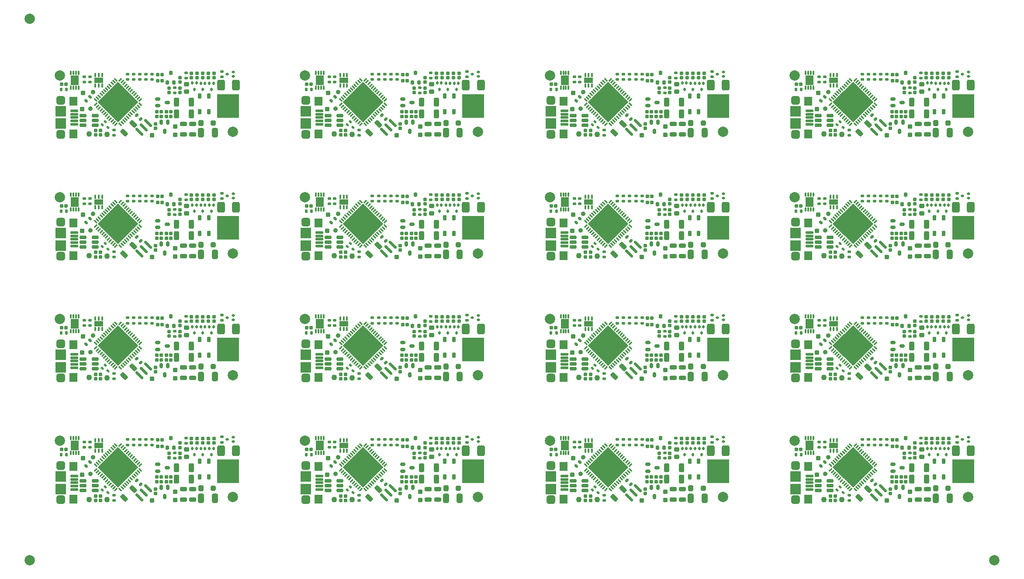
<source format=gts>
G04 Layer_Color=8388736*
%FSLAX25Y25*%
%MOIN*%
G70*
G01*
G75*
%ADD70R,0.16811X0.17953*%
G04:AMPARAMS|DCode=71|XSize=13.78mil|YSize=33.47mil|CornerRadius=0mil|HoleSize=0mil|Usage=FLASHONLY|Rotation=135.000|XOffset=0mil|YOffset=0mil|HoleType=Round|Shape=Round|*
%AMOVALD71*
21,1,0.01969,0.01378,0.00000,0.00000,225.0*
1,1,0.01378,0.00696,0.00696*
1,1,0.01378,-0.00696,-0.00696*
%
%ADD71OVALD71*%

G04:AMPARAMS|DCode=72|XSize=13.78mil|YSize=33.47mil|CornerRadius=0mil|HoleSize=0mil|Usage=FLASHONLY|Rotation=225.000|XOffset=0mil|YOffset=0mil|HoleType=Round|Shape=Round|*
%AMOVALD72*
21,1,0.01969,0.01378,0.00000,0.00000,315.0*
1,1,0.01378,-0.00696,0.00696*
1,1,0.01378,0.00696,-0.00696*
%
%ADD72OVALD72*%

%ADD73P,0.17538X4X180.0*%
%ADD74P,0.17538X4X90.0*%
G04:AMPARAMS|DCode=75|XSize=17.72mil|YSize=25.59mil|CornerRadius=5.41mil|HoleSize=0mil|Usage=FLASHONLY|Rotation=0.000|XOffset=0mil|YOffset=0mil|HoleType=Round|Shape=RoundedRectangle|*
%AMROUNDEDRECTD75*
21,1,0.01772,0.01476,0,0,0.0*
21,1,0.00689,0.02559,0,0,0.0*
1,1,0.01083,0.00345,-0.00738*
1,1,0.01083,-0.00345,-0.00738*
1,1,0.01083,-0.00345,0.00738*
1,1,0.01083,0.00345,0.00738*
%
%ADD75ROUNDEDRECTD75*%
G04:AMPARAMS|DCode=76|XSize=17.72mil|YSize=25.59mil|CornerRadius=5.41mil|HoleSize=0mil|Usage=FLASHONLY|Rotation=270.000|XOffset=0mil|YOffset=0mil|HoleType=Round|Shape=RoundedRectangle|*
%AMROUNDEDRECTD76*
21,1,0.01772,0.01476,0,0,270.0*
21,1,0.00689,0.02559,0,0,270.0*
1,1,0.01083,-0.00738,-0.00345*
1,1,0.01083,-0.00738,0.00345*
1,1,0.01083,0.00738,0.00345*
1,1,0.01083,0.00738,-0.00345*
%
%ADD76ROUNDEDRECTD76*%
G04:AMPARAMS|DCode=77|XSize=17.72mil|YSize=25.59mil|CornerRadius=5.41mil|HoleSize=0mil|Usage=FLASHONLY|Rotation=45.000|XOffset=0mil|YOffset=0mil|HoleType=Round|Shape=RoundedRectangle|*
%AMROUNDEDRECTD77*
21,1,0.01772,0.01476,0,0,45.0*
21,1,0.00689,0.02559,0,0,45.0*
1,1,0.01083,0.00766,-0.00278*
1,1,0.01083,0.00278,-0.00766*
1,1,0.01083,-0.00766,0.00278*
1,1,0.01083,-0.00278,0.00766*
%
%ADD77ROUNDEDRECTD77*%
G04:AMPARAMS|DCode=78|XSize=23.62mil|YSize=39.37mil|CornerRadius=6.89mil|HoleSize=0mil|Usage=FLASHONLY|Rotation=0.000|XOffset=0mil|YOffset=0mil|HoleType=Round|Shape=RoundedRectangle|*
%AMROUNDEDRECTD78*
21,1,0.02362,0.02559,0,0,0.0*
21,1,0.00984,0.03937,0,0,0.0*
1,1,0.01378,0.00492,-0.01280*
1,1,0.01378,-0.00492,-0.01280*
1,1,0.01378,-0.00492,0.01280*
1,1,0.01378,0.00492,0.01280*
%
%ADD78ROUNDEDRECTD78*%
G04:AMPARAMS|DCode=79|XSize=23.62mil|YSize=39.37mil|CornerRadius=6.89mil|HoleSize=0mil|Usage=FLASHONLY|Rotation=90.000|XOffset=0mil|YOffset=0mil|HoleType=Round|Shape=RoundedRectangle|*
%AMROUNDEDRECTD79*
21,1,0.02362,0.02559,0,0,90.0*
21,1,0.00984,0.03937,0,0,90.0*
1,1,0.01378,0.01280,0.00492*
1,1,0.01378,0.01280,-0.00492*
1,1,0.01378,-0.01280,-0.00492*
1,1,0.01378,-0.01280,0.00492*
%
%ADD79ROUNDEDRECTD79*%
G04:AMPARAMS|DCode=80|XSize=27.56mil|YSize=31.5mil|CornerRadius=7.87mil|HoleSize=0mil|Usage=FLASHONLY|Rotation=180.000|XOffset=0mil|YOffset=0mil|HoleType=Round|Shape=RoundedRectangle|*
%AMROUNDEDRECTD80*
21,1,0.02756,0.01575,0,0,180.0*
21,1,0.01181,0.03150,0,0,180.0*
1,1,0.01575,-0.00591,0.00787*
1,1,0.01575,0.00591,0.00787*
1,1,0.01575,0.00591,-0.00787*
1,1,0.01575,-0.00591,-0.00787*
%
%ADD80ROUNDEDRECTD80*%
G04:AMPARAMS|DCode=81|XSize=27.56mil|YSize=51.18mil|CornerRadius=7.87mil|HoleSize=0mil|Usage=FLASHONLY|Rotation=90.000|XOffset=0mil|YOffset=0mil|HoleType=Round|Shape=RoundedRectangle|*
%AMROUNDEDRECTD81*
21,1,0.02756,0.03543,0,0,90.0*
21,1,0.01181,0.05118,0,0,90.0*
1,1,0.01575,0.01772,0.00591*
1,1,0.01575,0.01772,-0.00591*
1,1,0.01575,-0.01772,-0.00591*
1,1,0.01575,-0.01772,0.00591*
%
%ADD81ROUNDEDRECTD81*%
G04:AMPARAMS|DCode=82|XSize=29.13mil|YSize=21.65mil|CornerRadius=6.4mil|HoleSize=0mil|Usage=FLASHONLY|Rotation=0.000|XOffset=0mil|YOffset=0mil|HoleType=Round|Shape=RoundedRectangle|*
%AMROUNDEDRECTD82*
21,1,0.02913,0.00886,0,0,0.0*
21,1,0.01634,0.02165,0,0,0.0*
1,1,0.01280,0.00817,-0.00443*
1,1,0.01280,-0.00817,-0.00443*
1,1,0.01280,-0.00817,0.00443*
1,1,0.01280,0.00817,0.00443*
%
%ADD82ROUNDEDRECTD82*%
G04:AMPARAMS|DCode=83|XSize=25.59mil|YSize=27.56mil|CornerRadius=7.38mil|HoleSize=0mil|Usage=FLASHONLY|Rotation=0.000|XOffset=0mil|YOffset=0mil|HoleType=Round|Shape=RoundedRectangle|*
%AMROUNDEDRECTD83*
21,1,0.02559,0.01280,0,0,0.0*
21,1,0.01083,0.02756,0,0,0.0*
1,1,0.01476,0.00541,-0.00640*
1,1,0.01476,-0.00541,-0.00640*
1,1,0.01476,-0.00541,0.00640*
1,1,0.01476,0.00541,0.00640*
%
%ADD83ROUNDEDRECTD83*%
G04:AMPARAMS|DCode=84|XSize=25.59mil|YSize=27.56mil|CornerRadius=7.38mil|HoleSize=0mil|Usage=FLASHONLY|Rotation=90.000|XOffset=0mil|YOffset=0mil|HoleType=Round|Shape=RoundedRectangle|*
%AMROUNDEDRECTD84*
21,1,0.02559,0.01280,0,0,90.0*
21,1,0.01083,0.02756,0,0,90.0*
1,1,0.01476,0.00640,0.00541*
1,1,0.01476,0.00640,-0.00541*
1,1,0.01476,-0.00640,-0.00541*
1,1,0.01476,-0.00640,0.00541*
%
%ADD84ROUNDEDRECTD84*%
G04:AMPARAMS|DCode=85|XSize=55.12mil|YSize=31.5mil|CornerRadius=8.86mil|HoleSize=0mil|Usage=FLASHONLY|Rotation=0.000|XOffset=0mil|YOffset=0mil|HoleType=Round|Shape=RoundedRectangle|*
%AMROUNDEDRECTD85*
21,1,0.05512,0.01378,0,0,0.0*
21,1,0.03740,0.03150,0,0,0.0*
1,1,0.01772,0.01870,-0.00689*
1,1,0.01772,-0.01870,-0.00689*
1,1,0.01772,-0.01870,0.00689*
1,1,0.01772,0.01870,0.00689*
%
%ADD85ROUNDEDRECTD85*%
G04:AMPARAMS|DCode=86|XSize=15.75mil|YSize=31.5mil|CornerRadius=4.92mil|HoleSize=0mil|Usage=FLASHONLY|Rotation=180.000|XOffset=0mil|YOffset=0mil|HoleType=Round|Shape=RoundedRectangle|*
%AMROUNDEDRECTD86*
21,1,0.01575,0.02165,0,0,180.0*
21,1,0.00591,0.03150,0,0,180.0*
1,1,0.00984,-0.00295,0.01083*
1,1,0.00984,0.00295,0.01083*
1,1,0.00984,0.00295,-0.01083*
1,1,0.00984,-0.00295,-0.01083*
%
%ADD86ROUNDEDRECTD86*%
%ADD87R,0.06693X0.04331*%
G04:AMPARAMS|DCode=88|XSize=33.47mil|YSize=61.02mil|CornerRadius=9.35mil|HoleSize=0mil|Usage=FLASHONLY|Rotation=225.000|XOffset=0mil|YOffset=0mil|HoleType=Round|Shape=RoundedRectangle|*
%AMROUNDEDRECTD88*
21,1,0.03347,0.04232,0,0,225.0*
21,1,0.01476,0.06102,0,0,225.0*
1,1,0.01870,-0.02018,0.00974*
1,1,0.01870,-0.00974,0.02018*
1,1,0.01870,0.02018,-0.00974*
1,1,0.01870,0.00974,-0.02018*
%
%ADD88ROUNDEDRECTD88*%
G04:AMPARAMS|DCode=89|XSize=15.75mil|YSize=33.47mil|CornerRadius=4.92mil|HoleSize=0mil|Usage=FLASHONLY|Rotation=0.000|XOffset=0mil|YOffset=0mil|HoleType=Round|Shape=RoundedRectangle|*
%AMROUNDEDRECTD89*
21,1,0.01575,0.02362,0,0,0.0*
21,1,0.00591,0.03347,0,0,0.0*
1,1,0.00984,0.00295,-0.01181*
1,1,0.00984,-0.00295,-0.01181*
1,1,0.00984,-0.00295,0.01181*
1,1,0.00984,0.00295,0.01181*
%
%ADD89ROUNDEDRECTD89*%
%ADD90R,0.06102X0.07284*%
G04:AMPARAMS|DCode=91|XSize=39.37mil|YSize=35.43mil|CornerRadius=9.84mil|HoleSize=0mil|Usage=FLASHONLY|Rotation=0.000|XOffset=0mil|YOffset=0mil|HoleType=Round|Shape=RoundedRectangle|*
%AMROUNDEDRECTD91*
21,1,0.03937,0.01575,0,0,0.0*
21,1,0.01969,0.03543,0,0,0.0*
1,1,0.01969,0.00984,-0.00787*
1,1,0.01969,-0.00984,-0.00787*
1,1,0.01969,-0.00984,0.00787*
1,1,0.01969,0.00984,0.00787*
%
%ADD91ROUNDEDRECTD91*%
G04:AMPARAMS|DCode=92|XSize=29.13mil|YSize=21.65mil|CornerRadius=6.4mil|HoleSize=0mil|Usage=FLASHONLY|Rotation=90.000|XOffset=0mil|YOffset=0mil|HoleType=Round|Shape=RoundedRectangle|*
%AMROUNDEDRECTD92*
21,1,0.02913,0.00886,0,0,90.0*
21,1,0.01634,0.02165,0,0,90.0*
1,1,0.01280,0.00443,0.00817*
1,1,0.01280,0.00443,-0.00817*
1,1,0.01280,-0.00443,-0.00817*
1,1,0.01280,-0.00443,0.00817*
%
%ADD92ROUNDEDRECTD92*%
G04:AMPARAMS|DCode=93|XSize=70.87mil|YSize=47.24mil|CornerRadius=12.8mil|HoleSize=0mil|Usage=FLASHONLY|Rotation=270.000|XOffset=0mil|YOffset=0mil|HoleType=Round|Shape=RoundedRectangle|*
%AMROUNDEDRECTD93*
21,1,0.07087,0.02165,0,0,270.0*
21,1,0.04528,0.04724,0,0,270.0*
1,1,0.02559,-0.01083,-0.02264*
1,1,0.02559,-0.01083,0.02264*
1,1,0.02559,0.01083,0.02264*
1,1,0.02559,0.01083,-0.02264*
%
%ADD93ROUNDEDRECTD93*%
G04:AMPARAMS|DCode=94|XSize=82.68mil|YSize=59.06mil|CornerRadius=15.75mil|HoleSize=0mil|Usage=FLASHONLY|Rotation=90.000|XOffset=0mil|YOffset=0mil|HoleType=Round|Shape=RoundedRectangle|*
%AMROUNDEDRECTD94*
21,1,0.08268,0.02756,0,0,90.0*
21,1,0.05118,0.05906,0,0,90.0*
1,1,0.03150,0.01378,0.02559*
1,1,0.03150,0.01378,-0.02559*
1,1,0.03150,-0.01378,-0.02559*
1,1,0.03150,-0.01378,0.02559*
%
%ADD94ROUNDEDRECTD94*%
G04:AMPARAMS|DCode=95|XSize=29.13mil|YSize=21.65mil|CornerRadius=6.4mil|HoleSize=0mil|Usage=FLASHONLY|Rotation=225.000|XOffset=0mil|YOffset=0mil|HoleType=Round|Shape=RoundedRectangle|*
%AMROUNDEDRECTD95*
21,1,0.02913,0.00886,0,0,225.0*
21,1,0.01634,0.02165,0,0,225.0*
1,1,0.01280,-0.00891,-0.00265*
1,1,0.01280,0.00265,0.00891*
1,1,0.01280,0.00891,0.00265*
1,1,0.01280,-0.00265,-0.00891*
%
%ADD95ROUNDEDRECTD95*%
G04:AMPARAMS|DCode=96|XSize=19.69mil|YSize=78.74mil|CornerRadius=5.91mil|HoleSize=0mil|Usage=FLASHONLY|Rotation=225.000|XOffset=0mil|YOffset=0mil|HoleType=Round|Shape=RoundedRectangle|*
%AMROUNDEDRECTD96*
21,1,0.01969,0.06693,0,0,225.0*
21,1,0.00787,0.07874,0,0,225.0*
1,1,0.01181,-0.02645,0.02088*
1,1,0.01181,-0.02088,0.02645*
1,1,0.01181,0.02645,-0.02088*
1,1,0.01181,0.02088,-0.02645*
%
%ADD96ROUNDEDRECTD96*%
G04:AMPARAMS|DCode=97|XSize=43.31mil|YSize=25.59mil|CornerRadius=7.38mil|HoleSize=0mil|Usage=FLASHONLY|Rotation=270.000|XOffset=0mil|YOffset=0mil|HoleType=Round|Shape=RoundedRectangle|*
%AMROUNDEDRECTD97*
21,1,0.04331,0.01083,0,0,270.0*
21,1,0.02854,0.02559,0,0,270.0*
1,1,0.01476,-0.00541,-0.01427*
1,1,0.01476,-0.00541,0.01427*
1,1,0.01476,0.00541,0.01427*
1,1,0.01476,0.00541,-0.01427*
%
%ADD97ROUNDEDRECTD97*%
G04:AMPARAMS|DCode=98|XSize=39.37mil|YSize=39.37mil|CornerRadius=10.83mil|HoleSize=0mil|Usage=FLASHONLY|Rotation=0.000|XOffset=0mil|YOffset=0mil|HoleType=Round|Shape=RoundedRectangle|*
%AMROUNDEDRECTD98*
21,1,0.03937,0.01772,0,0,0.0*
21,1,0.01772,0.03937,0,0,0.0*
1,1,0.02165,0.00886,-0.00886*
1,1,0.02165,-0.00886,-0.00886*
1,1,0.02165,-0.00886,0.00886*
1,1,0.02165,0.00886,0.00886*
%
%ADD98ROUNDEDRECTD98*%
G04:AMPARAMS|DCode=99|XSize=39.37mil|YSize=47.24mil|CornerRadius=10.83mil|HoleSize=0mil|Usage=FLASHONLY|Rotation=0.000|XOffset=0mil|YOffset=0mil|HoleType=Round|Shape=RoundedRectangle|*
%AMROUNDEDRECTD99*
21,1,0.03937,0.02559,0,0,0.0*
21,1,0.01772,0.04724,0,0,0.0*
1,1,0.02165,0.00886,-0.01280*
1,1,0.02165,-0.00886,-0.01280*
1,1,0.02165,-0.00886,0.01280*
1,1,0.02165,0.00886,0.01280*
%
%ADD99ROUNDEDRECTD99*%
G04:AMPARAMS|DCode=100|XSize=29.13mil|YSize=21.65mil|CornerRadius=6.4mil|HoleSize=0mil|Usage=FLASHONLY|Rotation=135.000|XOffset=0mil|YOffset=0mil|HoleType=Round|Shape=RoundedRectangle|*
%AMROUNDEDRECTD100*
21,1,0.02913,0.00886,0,0,135.0*
21,1,0.01634,0.02165,0,0,135.0*
1,1,0.01280,-0.00265,0.00891*
1,1,0.01280,0.00891,-0.00265*
1,1,0.01280,0.00265,-0.00891*
1,1,0.01280,-0.00891,0.00265*
%
%ADD100ROUNDEDRECTD100*%
%ADD101R,0.07874X0.07874*%
%ADD102R,0.05906X0.06693*%
G04:AMPARAMS|DCode=103|XSize=59.06mil|YSize=19.69mil|CornerRadius=5.91mil|HoleSize=0mil|Usage=FLASHONLY|Rotation=0.000|XOffset=0mil|YOffset=0mil|HoleType=Round|Shape=RoundedRectangle|*
%AMROUNDEDRECTD103*
21,1,0.05906,0.00787,0,0,0.0*
21,1,0.04724,0.01969,0,0,0.0*
1,1,0.01181,0.02362,-0.00394*
1,1,0.01181,-0.02362,-0.00394*
1,1,0.01181,-0.02362,0.00394*
1,1,0.01181,0.02362,0.00394*
%
%ADD103ROUNDEDRECTD103*%
G04:AMPARAMS|DCode=104|XSize=68.9mil|YSize=39.37mil|CornerRadius=10.83mil|HoleSize=0mil|Usage=FLASHONLY|Rotation=90.000|XOffset=0mil|YOffset=0mil|HoleType=Round|Shape=RoundedRectangle|*
%AMROUNDEDRECTD104*
21,1,0.06890,0.01772,0,0,90.0*
21,1,0.04724,0.03937,0,0,90.0*
1,1,0.02165,0.00886,0.02362*
1,1,0.02165,0.00886,-0.02362*
1,1,0.02165,-0.00886,-0.02362*
1,1,0.02165,-0.00886,0.02362*
%
%ADD104ROUNDEDRECTD104*%
%ADD105C,0.07874*%
G04:AMPARAMS|DCode=106|XSize=3.94mil|YSize=3.94mil|CornerRadius=0mil|HoleSize=0mil|Usage=FLASHONLY|Rotation=90.000|XOffset=0mil|YOffset=0mil|HoleType=Round|Shape=RoundedRectangle|*
%AMROUNDEDRECTD106*
21,1,0.00394,0.00394,0,0,90.0*
21,1,0.00394,0.00394,0,0,90.0*
1,1,0.00000,0.00197,0.00197*
1,1,0.00000,0.00197,-0.00197*
1,1,0.00000,-0.00197,-0.00197*
1,1,0.00000,-0.00197,0.00197*
%
%ADD106ROUNDEDRECTD106*%
G04:AMPARAMS|DCode=107|XSize=35.43mil|YSize=35.43mil|CornerRadius=9.84mil|HoleSize=0mil|Usage=FLASHONLY|Rotation=0.000|XOffset=0mil|YOffset=0mil|HoleType=Round|Shape=RoundedRectangle|*
%AMROUNDEDRECTD107*
21,1,0.03543,0.01575,0,0,0.0*
21,1,0.01575,0.03543,0,0,0.0*
1,1,0.01969,0.00787,-0.00787*
1,1,0.01969,-0.00787,-0.00787*
1,1,0.01969,-0.00787,0.00787*
1,1,0.01969,0.00787,0.00787*
%
%ADD107ROUNDEDRECTD107*%
%ADD108C,0.03543*%
G04:AMPARAMS|DCode=109|XSize=35.43mil|YSize=35.43mil|CornerRadius=9.84mil|HoleSize=0mil|Usage=FLASHONLY|Rotation=90.000|XOffset=0mil|YOffset=0mil|HoleType=Round|Shape=RoundedRectangle|*
%AMROUNDEDRECTD109*
21,1,0.03543,0.01575,0,0,90.0*
21,1,0.01575,0.03543,0,0,90.0*
1,1,0.01969,0.00787,0.00787*
1,1,0.01969,0.00787,-0.00787*
1,1,0.01969,-0.00787,-0.00787*
1,1,0.01969,-0.00787,0.00787*
%
%ADD109ROUNDEDRECTD109*%
%ADD110C,0.04331*%
G04:AMPARAMS|DCode=111|XSize=66.93mil|YSize=66.93mil|CornerRadius=17.72mil|HoleSize=0mil|Usage=FLASHONLY|Rotation=0.000|XOffset=0mil|YOffset=0mil|HoleType=Round|Shape=RoundedRectangle|*
%AMROUNDEDRECTD111*
21,1,0.06693,0.03150,0,0,0.0*
21,1,0.03150,0.06693,0,0,0.0*
1,1,0.03543,0.01575,-0.01575*
1,1,0.03543,-0.01575,-0.01575*
1,1,0.03543,-0.01575,0.01575*
1,1,0.03543,0.01575,0.01575*
%
%ADD111ROUNDEDRECTD111*%
D70*
X171299Y99213D02*
D03*
X358226D02*
D03*
X545154D02*
D03*
X732081D02*
D03*
X171299Y192224D02*
D03*
X358226D02*
D03*
X545154D02*
D03*
X732081D02*
D03*
X171299Y285236D02*
D03*
X358226D02*
D03*
X545154D02*
D03*
X732081D02*
D03*
X171299Y378248D02*
D03*
X358226D02*
D03*
X545154D02*
D03*
X732081D02*
D03*
D71*
X85465Y85212D02*
D03*
X84073Y86604D02*
D03*
X82681Y87996D02*
D03*
X81289Y89388D02*
D03*
X79897Y90780D02*
D03*
X78505Y92172D02*
D03*
X77113Y93564D02*
D03*
X75721Y94956D02*
D03*
X74329Y96348D02*
D03*
X72937Y97740D02*
D03*
X71545Y99132D02*
D03*
X70153Y100524D02*
D03*
X88945Y119315D02*
D03*
X90337Y117923D02*
D03*
X91729Y116531D02*
D03*
X93120Y115139D02*
D03*
X94512Y113747D02*
D03*
X95904Y112355D02*
D03*
X97296Y110963D02*
D03*
X98688Y109572D02*
D03*
X100080Y108180D02*
D03*
X101472Y106788D02*
D03*
X102864Y105396D02*
D03*
X104256Y104004D02*
D03*
X272392Y85212D02*
D03*
X271000Y86604D02*
D03*
X269608Y87996D02*
D03*
X268216Y89388D02*
D03*
X266824Y90780D02*
D03*
X265432Y92172D02*
D03*
X264040Y93564D02*
D03*
X262648Y94956D02*
D03*
X261257Y96348D02*
D03*
X259865Y97740D02*
D03*
X258473Y99132D02*
D03*
X257081Y100524D02*
D03*
X275872Y119315D02*
D03*
X277264Y117923D02*
D03*
X278656Y116531D02*
D03*
X280048Y115139D02*
D03*
X281440Y113747D02*
D03*
X282832Y112355D02*
D03*
X284224Y110963D02*
D03*
X285615Y109572D02*
D03*
X287007Y108180D02*
D03*
X288399Y106788D02*
D03*
X289791Y105396D02*
D03*
X291183Y104004D02*
D03*
X459319Y85212D02*
D03*
X457927Y86604D02*
D03*
X456535Y87996D02*
D03*
X455143Y89388D02*
D03*
X453752Y90780D02*
D03*
X452360Y92172D02*
D03*
X450968Y93564D02*
D03*
X449576Y94956D02*
D03*
X448184Y96348D02*
D03*
X446792Y97740D02*
D03*
X445400Y99132D02*
D03*
X444008Y100524D02*
D03*
X462799Y119315D02*
D03*
X464191Y117923D02*
D03*
X465583Y116531D02*
D03*
X466975Y115139D02*
D03*
X468367Y113747D02*
D03*
X469759Y112355D02*
D03*
X471151Y110963D02*
D03*
X472543Y109572D02*
D03*
X473935Y108180D02*
D03*
X475327Y106788D02*
D03*
X476719Y105396D02*
D03*
X478111Y104004D02*
D03*
X646247Y85212D02*
D03*
X644855Y86604D02*
D03*
X643463Y87996D02*
D03*
X642071Y89388D02*
D03*
X640679Y90780D02*
D03*
X639287Y92172D02*
D03*
X637895Y93564D02*
D03*
X636503Y94956D02*
D03*
X635111Y96348D02*
D03*
X633719Y97740D02*
D03*
X632327Y99132D02*
D03*
X630935Y100524D02*
D03*
X649726Y119315D02*
D03*
X651118Y117923D02*
D03*
X652510Y116531D02*
D03*
X653902Y115139D02*
D03*
X655294Y113747D02*
D03*
X656686Y112355D02*
D03*
X658078Y110963D02*
D03*
X659470Y109572D02*
D03*
X660862Y108180D02*
D03*
X662254Y106788D02*
D03*
X663646Y105396D02*
D03*
X665038Y104004D02*
D03*
X85465Y178224D02*
D03*
X84073Y179616D02*
D03*
X82681Y181008D02*
D03*
X81289Y182400D02*
D03*
X79897Y183792D02*
D03*
X78505Y185184D02*
D03*
X77113Y186576D02*
D03*
X75721Y187968D02*
D03*
X74329Y189360D02*
D03*
X72937Y190752D02*
D03*
X71545Y192144D02*
D03*
X70153Y193536D02*
D03*
X88945Y212327D02*
D03*
X90337Y210935D02*
D03*
X91729Y209543D02*
D03*
X93120Y208151D02*
D03*
X94512Y206759D02*
D03*
X95904Y205367D02*
D03*
X97296Y203975D02*
D03*
X98688Y202583D02*
D03*
X100080Y201191D02*
D03*
X101472Y199799D02*
D03*
X102864Y198407D02*
D03*
X104256Y197016D02*
D03*
X272392Y178224D02*
D03*
X271000Y179616D02*
D03*
X269608Y181008D02*
D03*
X268216Y182400D02*
D03*
X266824Y183792D02*
D03*
X265432Y185184D02*
D03*
X264040Y186576D02*
D03*
X262648Y187968D02*
D03*
X261257Y189360D02*
D03*
X259865Y190752D02*
D03*
X258473Y192144D02*
D03*
X257081Y193536D02*
D03*
X275872Y212327D02*
D03*
X277264Y210935D02*
D03*
X278656Y209543D02*
D03*
X280048Y208151D02*
D03*
X281440Y206759D02*
D03*
X282832Y205367D02*
D03*
X284224Y203975D02*
D03*
X285615Y202583D02*
D03*
X287007Y201191D02*
D03*
X288399Y199799D02*
D03*
X289791Y198407D02*
D03*
X291183Y197016D02*
D03*
X459319Y178224D02*
D03*
X457927Y179616D02*
D03*
X456535Y181008D02*
D03*
X455143Y182400D02*
D03*
X453752Y183792D02*
D03*
X452360Y185184D02*
D03*
X450968Y186576D02*
D03*
X449576Y187968D02*
D03*
X448184Y189360D02*
D03*
X446792Y190752D02*
D03*
X445400Y192144D02*
D03*
X444008Y193536D02*
D03*
X462799Y212327D02*
D03*
X464191Y210935D02*
D03*
X465583Y209543D02*
D03*
X466975Y208151D02*
D03*
X468367Y206759D02*
D03*
X469759Y205367D02*
D03*
X471151Y203975D02*
D03*
X472543Y202583D02*
D03*
X473935Y201191D02*
D03*
X475327Y199799D02*
D03*
X476719Y198407D02*
D03*
X478111Y197016D02*
D03*
X646247Y178224D02*
D03*
X644855Y179616D02*
D03*
X643463Y181008D02*
D03*
X642071Y182400D02*
D03*
X640679Y183792D02*
D03*
X639287Y185184D02*
D03*
X637895Y186576D02*
D03*
X636503Y187968D02*
D03*
X635111Y189360D02*
D03*
X633719Y190752D02*
D03*
X632327Y192144D02*
D03*
X630935Y193536D02*
D03*
X649726Y212327D02*
D03*
X651118Y210935D02*
D03*
X652510Y209543D02*
D03*
X653902Y208151D02*
D03*
X655294Y206759D02*
D03*
X656686Y205367D02*
D03*
X658078Y203975D02*
D03*
X659470Y202583D02*
D03*
X660862Y201191D02*
D03*
X662254Y199799D02*
D03*
X663646Y198407D02*
D03*
X665038Y197016D02*
D03*
X85465Y271236D02*
D03*
X84073Y272628D02*
D03*
X82681Y274020D02*
D03*
X81289Y275412D02*
D03*
X79897Y276804D02*
D03*
X78505Y278196D02*
D03*
X77113Y279588D02*
D03*
X75721Y280980D02*
D03*
X74329Y282372D02*
D03*
X72937Y283764D02*
D03*
X71545Y285156D02*
D03*
X70153Y286547D02*
D03*
X88945Y305339D02*
D03*
X90337Y303947D02*
D03*
X91729Y302555D02*
D03*
X93120Y301163D02*
D03*
X94512Y299771D02*
D03*
X95904Y298379D02*
D03*
X97296Y296987D02*
D03*
X98688Y295595D02*
D03*
X100080Y294203D02*
D03*
X101472Y292811D02*
D03*
X102864Y291419D02*
D03*
X104256Y290027D02*
D03*
X272392Y271236D02*
D03*
X271000Y272628D02*
D03*
X269608Y274020D02*
D03*
X268216Y275412D02*
D03*
X266824Y276804D02*
D03*
X265432Y278196D02*
D03*
X264040Y279588D02*
D03*
X262648Y280980D02*
D03*
X261257Y282372D02*
D03*
X259865Y283764D02*
D03*
X258473Y285156D02*
D03*
X257081Y286547D02*
D03*
X275872Y305339D02*
D03*
X277264Y303947D02*
D03*
X278656Y302555D02*
D03*
X280048Y301163D02*
D03*
X281440Y299771D02*
D03*
X282832Y298379D02*
D03*
X284224Y296987D02*
D03*
X285615Y295595D02*
D03*
X287007Y294203D02*
D03*
X288399Y292811D02*
D03*
X289791Y291419D02*
D03*
X291183Y290027D02*
D03*
X459319Y271236D02*
D03*
X457927Y272628D02*
D03*
X456535Y274020D02*
D03*
X455143Y275412D02*
D03*
X453752Y276804D02*
D03*
X452360Y278196D02*
D03*
X450968Y279588D02*
D03*
X449576Y280980D02*
D03*
X448184Y282372D02*
D03*
X446792Y283764D02*
D03*
X445400Y285156D02*
D03*
X444008Y286547D02*
D03*
X462799Y305339D02*
D03*
X464191Y303947D02*
D03*
X465583Y302555D02*
D03*
X466975Y301163D02*
D03*
X468367Y299771D02*
D03*
X469759Y298379D02*
D03*
X471151Y296987D02*
D03*
X472543Y295595D02*
D03*
X473935Y294203D02*
D03*
X475327Y292811D02*
D03*
X476719Y291419D02*
D03*
X478111Y290027D02*
D03*
X646247Y271236D02*
D03*
X644855Y272628D02*
D03*
X643463Y274020D02*
D03*
X642071Y275412D02*
D03*
X640679Y276804D02*
D03*
X639287Y278196D02*
D03*
X637895Y279588D02*
D03*
X636503Y280980D02*
D03*
X635111Y282372D02*
D03*
X633719Y283764D02*
D03*
X632327Y285156D02*
D03*
X630935Y286547D02*
D03*
X649726Y305339D02*
D03*
X651118Y303947D02*
D03*
X652510Y302555D02*
D03*
X653902Y301163D02*
D03*
X655294Y299771D02*
D03*
X656686Y298379D02*
D03*
X658078Y296987D02*
D03*
X659470Y295595D02*
D03*
X660862Y294203D02*
D03*
X662254Y292811D02*
D03*
X663646Y291419D02*
D03*
X665038Y290027D02*
D03*
X85465Y364248D02*
D03*
X84073Y365640D02*
D03*
X82681Y367032D02*
D03*
X81289Y368424D02*
D03*
X79897Y369816D02*
D03*
X78505Y371208D02*
D03*
X77113Y372600D02*
D03*
X75721Y373992D02*
D03*
X74329Y375383D02*
D03*
X72937Y376775D02*
D03*
X71545Y378167D02*
D03*
X70153Y379559D02*
D03*
X88945Y398351D02*
D03*
X90337Y396959D02*
D03*
X91729Y395567D02*
D03*
X93120Y394175D02*
D03*
X94512Y392783D02*
D03*
X95904Y391391D02*
D03*
X97296Y389999D02*
D03*
X98688Y388607D02*
D03*
X100080Y387215D02*
D03*
X101472Y385823D02*
D03*
X102864Y384431D02*
D03*
X104256Y383039D02*
D03*
X272392Y364248D02*
D03*
X271000Y365640D02*
D03*
X269608Y367032D02*
D03*
X268216Y368424D02*
D03*
X266824Y369816D02*
D03*
X265432Y371208D02*
D03*
X264040Y372600D02*
D03*
X262648Y373992D02*
D03*
X261257Y375383D02*
D03*
X259865Y376775D02*
D03*
X258473Y378167D02*
D03*
X257081Y379559D02*
D03*
X275872Y398351D02*
D03*
X277264Y396959D02*
D03*
X278656Y395567D02*
D03*
X280048Y394175D02*
D03*
X281440Y392783D02*
D03*
X282832Y391391D02*
D03*
X284224Y389999D02*
D03*
X285615Y388607D02*
D03*
X287007Y387215D02*
D03*
X288399Y385823D02*
D03*
X289791Y384431D02*
D03*
X291183Y383039D02*
D03*
X459319Y364248D02*
D03*
X457927Y365640D02*
D03*
X456535Y367032D02*
D03*
X455143Y368424D02*
D03*
X453752Y369816D02*
D03*
X452360Y371208D02*
D03*
X450968Y372600D02*
D03*
X449576Y373992D02*
D03*
X448184Y375383D02*
D03*
X446792Y376775D02*
D03*
X445400Y378167D02*
D03*
X444008Y379559D02*
D03*
X462799Y398351D02*
D03*
X464191Y396959D02*
D03*
X465583Y395567D02*
D03*
X466975Y394175D02*
D03*
X468367Y392783D02*
D03*
X469759Y391391D02*
D03*
X471151Y389999D02*
D03*
X472543Y388607D02*
D03*
X473935Y387215D02*
D03*
X475327Y385823D02*
D03*
X476719Y384431D02*
D03*
X478111Y383039D02*
D03*
X646247Y364248D02*
D03*
X644855Y365640D02*
D03*
X643463Y367032D02*
D03*
X642071Y368424D02*
D03*
X640679Y369816D02*
D03*
X639287Y371208D02*
D03*
X637895Y372600D02*
D03*
X636503Y373992D02*
D03*
X635111Y375383D02*
D03*
X633719Y376775D02*
D03*
X632327Y378167D02*
D03*
X630935Y379559D02*
D03*
X649726Y398351D02*
D03*
X651118Y396959D02*
D03*
X652510Y395567D02*
D03*
X653902Y394175D02*
D03*
X655294Y392783D02*
D03*
X656686Y391391D02*
D03*
X658078Y389999D02*
D03*
X659470Y388607D02*
D03*
X660862Y387215D02*
D03*
X662254Y385823D02*
D03*
X663646Y384431D02*
D03*
X665038Y383039D02*
D03*
D72*
X70153Y104004D02*
D03*
X71545Y105396D02*
D03*
X72937Y106788D02*
D03*
X74329Y108180D02*
D03*
X75721Y109572D02*
D03*
X77113Y110963D02*
D03*
X78505Y112355D02*
D03*
X79897Y113747D02*
D03*
X81289Y115139D02*
D03*
X82681Y116531D02*
D03*
X84073Y117923D02*
D03*
X85465Y119315D02*
D03*
X104256Y100524D02*
D03*
X102864Y99132D02*
D03*
X101472Y97740D02*
D03*
X100080Y96348D02*
D03*
X98688Y94956D02*
D03*
X97296Y93564D02*
D03*
X95904Y92172D02*
D03*
X94512Y90780D02*
D03*
X93120Y89388D02*
D03*
X91729Y87996D02*
D03*
X90337Y86604D02*
D03*
X88945Y85212D02*
D03*
X257081Y104004D02*
D03*
X258473Y105396D02*
D03*
X259865Y106788D02*
D03*
X261257Y108180D02*
D03*
X262648Y109572D02*
D03*
X264040Y110963D02*
D03*
X265432Y112355D02*
D03*
X266824Y113747D02*
D03*
X268216Y115139D02*
D03*
X269608Y116531D02*
D03*
X271000Y117923D02*
D03*
X272392Y119315D02*
D03*
X291183Y100524D02*
D03*
X289791Y99132D02*
D03*
X288399Y97740D02*
D03*
X287007Y96348D02*
D03*
X285615Y94956D02*
D03*
X284224Y93564D02*
D03*
X282832Y92172D02*
D03*
X281440Y90780D02*
D03*
X280048Y89388D02*
D03*
X278656Y87996D02*
D03*
X277264Y86604D02*
D03*
X275872Y85212D02*
D03*
X444008Y104004D02*
D03*
X445400Y105396D02*
D03*
X446792Y106788D02*
D03*
X448184Y108180D02*
D03*
X449576Y109572D02*
D03*
X450968Y110963D02*
D03*
X452360Y112355D02*
D03*
X453752Y113747D02*
D03*
X455143Y115139D02*
D03*
X456535Y116531D02*
D03*
X457927Y117923D02*
D03*
X459319Y119315D02*
D03*
X478111Y100524D02*
D03*
X476719Y99132D02*
D03*
X475327Y97740D02*
D03*
X473935Y96348D02*
D03*
X472543Y94956D02*
D03*
X471151Y93564D02*
D03*
X469759Y92172D02*
D03*
X468367Y90780D02*
D03*
X466975Y89388D02*
D03*
X465583Y87996D02*
D03*
X464191Y86604D02*
D03*
X462799Y85212D02*
D03*
X630935Y104004D02*
D03*
X632327Y105396D02*
D03*
X633719Y106788D02*
D03*
X635111Y108180D02*
D03*
X636503Y109572D02*
D03*
X637895Y110963D02*
D03*
X639287Y112355D02*
D03*
X640679Y113747D02*
D03*
X642071Y115139D02*
D03*
X643463Y116531D02*
D03*
X644855Y117923D02*
D03*
X646247Y119315D02*
D03*
X665038Y100524D02*
D03*
X663646Y99132D02*
D03*
X662254Y97740D02*
D03*
X660862Y96348D02*
D03*
X659470Y94956D02*
D03*
X658078Y93564D02*
D03*
X656686Y92172D02*
D03*
X655294Y90780D02*
D03*
X653902Y89388D02*
D03*
X652510Y87996D02*
D03*
X651118Y86604D02*
D03*
X649726Y85212D02*
D03*
X70153Y197016D02*
D03*
X71545Y198407D02*
D03*
X72937Y199799D02*
D03*
X74329Y201191D02*
D03*
X75721Y202583D02*
D03*
X77113Y203975D02*
D03*
X78505Y205367D02*
D03*
X79897Y206759D02*
D03*
X81289Y208151D02*
D03*
X82681Y209543D02*
D03*
X84073Y210935D02*
D03*
X85465Y212327D02*
D03*
X104256Y193536D02*
D03*
X102864Y192144D02*
D03*
X101472Y190752D02*
D03*
X100080Y189360D02*
D03*
X98688Y187968D02*
D03*
X97296Y186576D02*
D03*
X95904Y185184D02*
D03*
X94512Y183792D02*
D03*
X93120Y182400D02*
D03*
X91729Y181008D02*
D03*
X90337Y179616D02*
D03*
X88945Y178224D02*
D03*
X257081Y197016D02*
D03*
X258473Y198407D02*
D03*
X259865Y199799D02*
D03*
X261257Y201191D02*
D03*
X262648Y202583D02*
D03*
X264040Y203975D02*
D03*
X265432Y205367D02*
D03*
X266824Y206759D02*
D03*
X268216Y208151D02*
D03*
X269608Y209543D02*
D03*
X271000Y210935D02*
D03*
X272392Y212327D02*
D03*
X291183Y193536D02*
D03*
X289791Y192144D02*
D03*
X288399Y190752D02*
D03*
X287007Y189360D02*
D03*
X285615Y187968D02*
D03*
X284224Y186576D02*
D03*
X282832Y185184D02*
D03*
X281440Y183792D02*
D03*
X280048Y182400D02*
D03*
X278656Y181008D02*
D03*
X277264Y179616D02*
D03*
X275872Y178224D02*
D03*
X444008Y197016D02*
D03*
X445400Y198407D02*
D03*
X446792Y199799D02*
D03*
X448184Y201191D02*
D03*
X449576Y202583D02*
D03*
X450968Y203975D02*
D03*
X452360Y205367D02*
D03*
X453752Y206759D02*
D03*
X455143Y208151D02*
D03*
X456535Y209543D02*
D03*
X457927Y210935D02*
D03*
X459319Y212327D02*
D03*
X478111Y193536D02*
D03*
X476719Y192144D02*
D03*
X475327Y190752D02*
D03*
X473935Y189360D02*
D03*
X472543Y187968D02*
D03*
X471151Y186576D02*
D03*
X469759Y185184D02*
D03*
X468367Y183792D02*
D03*
X466975Y182400D02*
D03*
X465583Y181008D02*
D03*
X464191Y179616D02*
D03*
X462799Y178224D02*
D03*
X630935Y197016D02*
D03*
X632327Y198407D02*
D03*
X633719Y199799D02*
D03*
X635111Y201191D02*
D03*
X636503Y202583D02*
D03*
X637895Y203975D02*
D03*
X639287Y205367D02*
D03*
X640679Y206759D02*
D03*
X642071Y208151D02*
D03*
X643463Y209543D02*
D03*
X644855Y210935D02*
D03*
X646247Y212327D02*
D03*
X665038Y193536D02*
D03*
X663646Y192144D02*
D03*
X662254Y190752D02*
D03*
X660862Y189360D02*
D03*
X659470Y187968D02*
D03*
X658078Y186576D02*
D03*
X656686Y185184D02*
D03*
X655294Y183792D02*
D03*
X653902Y182400D02*
D03*
X652510Y181008D02*
D03*
X651118Y179616D02*
D03*
X649726Y178224D02*
D03*
X70153Y290027D02*
D03*
X71545Y291419D02*
D03*
X72937Y292811D02*
D03*
X74329Y294203D02*
D03*
X75721Y295595D02*
D03*
X77113Y296987D02*
D03*
X78505Y298379D02*
D03*
X79897Y299771D02*
D03*
X81289Y301163D02*
D03*
X82681Y302555D02*
D03*
X84073Y303947D02*
D03*
X85465Y305339D02*
D03*
X104256Y286547D02*
D03*
X102864Y285156D02*
D03*
X101472Y283764D02*
D03*
X100080Y282372D02*
D03*
X98688Y280980D02*
D03*
X97296Y279588D02*
D03*
X95904Y278196D02*
D03*
X94512Y276804D02*
D03*
X93120Y275412D02*
D03*
X91729Y274020D02*
D03*
X90337Y272628D02*
D03*
X88945Y271236D02*
D03*
X257081Y290027D02*
D03*
X258473Y291419D02*
D03*
X259865Y292811D02*
D03*
X261257Y294203D02*
D03*
X262648Y295595D02*
D03*
X264040Y296987D02*
D03*
X265432Y298379D02*
D03*
X266824Y299771D02*
D03*
X268216Y301163D02*
D03*
X269608Y302555D02*
D03*
X271000Y303947D02*
D03*
X272392Y305339D02*
D03*
X291183Y286547D02*
D03*
X289791Y285156D02*
D03*
X288399Y283764D02*
D03*
X287007Y282372D02*
D03*
X285615Y280980D02*
D03*
X284224Y279588D02*
D03*
X282832Y278196D02*
D03*
X281440Y276804D02*
D03*
X280048Y275412D02*
D03*
X278656Y274020D02*
D03*
X277264Y272628D02*
D03*
X275872Y271236D02*
D03*
X444008Y290027D02*
D03*
X445400Y291419D02*
D03*
X446792Y292811D02*
D03*
X448184Y294203D02*
D03*
X449576Y295595D02*
D03*
X450968Y296987D02*
D03*
X452360Y298379D02*
D03*
X453752Y299771D02*
D03*
X455143Y301163D02*
D03*
X456535Y302555D02*
D03*
X457927Y303947D02*
D03*
X459319Y305339D02*
D03*
X478111Y286547D02*
D03*
X476719Y285156D02*
D03*
X475327Y283764D02*
D03*
X473935Y282372D02*
D03*
X472543Y280980D02*
D03*
X471151Y279588D02*
D03*
X469759Y278196D02*
D03*
X468367Y276804D02*
D03*
X466975Y275412D02*
D03*
X465583Y274020D02*
D03*
X464191Y272628D02*
D03*
X462799Y271236D02*
D03*
X630935Y290027D02*
D03*
X632327Y291419D02*
D03*
X633719Y292811D02*
D03*
X635111Y294203D02*
D03*
X636503Y295595D02*
D03*
X637895Y296987D02*
D03*
X639287Y298379D02*
D03*
X640679Y299771D02*
D03*
X642071Y301163D02*
D03*
X643463Y302555D02*
D03*
X644855Y303947D02*
D03*
X646247Y305339D02*
D03*
X665038Y286547D02*
D03*
X663646Y285156D02*
D03*
X662254Y283764D02*
D03*
X660862Y282372D02*
D03*
X659470Y280980D02*
D03*
X658078Y279588D02*
D03*
X656686Y278196D02*
D03*
X655294Y276804D02*
D03*
X653902Y275412D02*
D03*
X652510Y274020D02*
D03*
X651118Y272628D02*
D03*
X649726Y271236D02*
D03*
X70153Y383039D02*
D03*
X71545Y384431D02*
D03*
X72937Y385823D02*
D03*
X74329Y387215D02*
D03*
X75721Y388607D02*
D03*
X77113Y389999D02*
D03*
X78505Y391391D02*
D03*
X79897Y392783D02*
D03*
X81289Y394175D02*
D03*
X82681Y395567D02*
D03*
X84073Y396959D02*
D03*
X85465Y398351D02*
D03*
X104256Y379559D02*
D03*
X102864Y378167D02*
D03*
X101472Y376775D02*
D03*
X100080Y375383D02*
D03*
X98688Y373992D02*
D03*
X97296Y372600D02*
D03*
X95904Y371208D02*
D03*
X94512Y369816D02*
D03*
X93120Y368424D02*
D03*
X91729Y367032D02*
D03*
X90337Y365640D02*
D03*
X88945Y364248D02*
D03*
X257081Y383039D02*
D03*
X258473Y384431D02*
D03*
X259865Y385823D02*
D03*
X261257Y387215D02*
D03*
X262648Y388607D02*
D03*
X264040Y389999D02*
D03*
X265432Y391391D02*
D03*
X266824Y392783D02*
D03*
X268216Y394175D02*
D03*
X269608Y395567D02*
D03*
X271000Y396959D02*
D03*
X272392Y398351D02*
D03*
X291183Y379559D02*
D03*
X289791Y378167D02*
D03*
X288399Y376775D02*
D03*
X287007Y375383D02*
D03*
X285615Y373992D02*
D03*
X284224Y372600D02*
D03*
X282832Y371208D02*
D03*
X281440Y369816D02*
D03*
X280048Y368424D02*
D03*
X278656Y367032D02*
D03*
X277264Y365640D02*
D03*
X275872Y364248D02*
D03*
X444008Y383039D02*
D03*
X445400Y384431D02*
D03*
X446792Y385823D02*
D03*
X448184Y387215D02*
D03*
X449576Y388607D02*
D03*
X450968Y389999D02*
D03*
X452360Y391391D02*
D03*
X453752Y392783D02*
D03*
X455143Y394175D02*
D03*
X456535Y395567D02*
D03*
X457927Y396959D02*
D03*
X459319Y398351D02*
D03*
X478111Y379559D02*
D03*
X476719Y378167D02*
D03*
X475327Y376775D02*
D03*
X473935Y375383D02*
D03*
X472543Y373992D02*
D03*
X471151Y372600D02*
D03*
X469759Y371208D02*
D03*
X468367Y369816D02*
D03*
X466975Y368424D02*
D03*
X465583Y367032D02*
D03*
X464191Y365640D02*
D03*
X462799Y364248D02*
D03*
X630935Y383039D02*
D03*
X632327Y384431D02*
D03*
X633719Y385823D02*
D03*
X635111Y387215D02*
D03*
X636503Y388607D02*
D03*
X637895Y389999D02*
D03*
X639287Y391391D02*
D03*
X640679Y392783D02*
D03*
X642071Y394175D02*
D03*
X643463Y395567D02*
D03*
X644855Y396959D02*
D03*
X646247Y398351D02*
D03*
X665038Y379559D02*
D03*
X663646Y378167D02*
D03*
X662254Y376775D02*
D03*
X660862Y375383D02*
D03*
X659470Y373992D02*
D03*
X658078Y372600D02*
D03*
X656686Y371208D02*
D03*
X655294Y369816D02*
D03*
X653902Y368424D02*
D03*
X652510Y367032D02*
D03*
X651118Y365640D02*
D03*
X649726Y364248D02*
D03*
D73*
X93970Y102292D02*
D03*
X80468Y102264D02*
D03*
X280897Y102292D02*
D03*
X267395Y102264D02*
D03*
X467824Y102292D02*
D03*
X454322Y102264D02*
D03*
X654751Y102292D02*
D03*
X641250Y102264D02*
D03*
X93970Y195303D02*
D03*
X80468Y195276D02*
D03*
X280897Y195303D02*
D03*
X267395Y195276D02*
D03*
X467824Y195303D02*
D03*
X454322Y195276D02*
D03*
X654751Y195303D02*
D03*
X641250Y195276D02*
D03*
X93970Y288315D02*
D03*
X80468Y288287D02*
D03*
X280897Y288315D02*
D03*
X267395Y288287D02*
D03*
X467824Y288315D02*
D03*
X454322Y288287D02*
D03*
X654751Y288315D02*
D03*
X641250Y288287D02*
D03*
X93970Y381327D02*
D03*
X80468Y381299D02*
D03*
X280897Y381327D02*
D03*
X267395Y381299D02*
D03*
X467824Y381327D02*
D03*
X454322Y381299D02*
D03*
X654751Y381327D02*
D03*
X641250Y381299D02*
D03*
D74*
X87205Y95527D02*
D03*
X87233Y109029D02*
D03*
X274132Y95527D02*
D03*
X274160Y109029D02*
D03*
X461059Y95527D02*
D03*
X461087Y109029D02*
D03*
X647987Y95527D02*
D03*
X648014Y109029D02*
D03*
X87205Y188539D02*
D03*
X87233Y202041D02*
D03*
X274132Y188539D02*
D03*
X274160Y202041D02*
D03*
X461059Y188539D02*
D03*
X461087Y202041D02*
D03*
X647987Y188539D02*
D03*
X648014Y202041D02*
D03*
X87205Y281550D02*
D03*
X87233Y295052D02*
D03*
X274132Y281550D02*
D03*
X274160Y295052D02*
D03*
X461059Y281550D02*
D03*
X461087Y295052D02*
D03*
X647987Y281550D02*
D03*
X648014Y295052D02*
D03*
X87205Y374562D02*
D03*
X87233Y388064D02*
D03*
X274132Y374562D02*
D03*
X274160Y388064D02*
D03*
X461059Y374562D02*
D03*
X461087Y388064D02*
D03*
X647987Y374562D02*
D03*
X648014Y388064D02*
D03*
D75*
X147047Y116831D02*
D03*
X143897D02*
D03*
X145472Y112106D02*
D03*
X160040Y116812D02*
D03*
X156891D02*
D03*
X158466Y112088D02*
D03*
X151969D02*
D03*
X150394Y116812D02*
D03*
X153543D02*
D03*
X333974Y116831D02*
D03*
X330825D02*
D03*
X332400Y112106D02*
D03*
X346968Y116812D02*
D03*
X343818D02*
D03*
X345393Y112088D02*
D03*
X338896D02*
D03*
X337321Y116812D02*
D03*
X340471D02*
D03*
X520902Y116831D02*
D03*
X517752D02*
D03*
X519327Y112106D02*
D03*
X533895Y116812D02*
D03*
X530745D02*
D03*
X532320Y112088D02*
D03*
X525823D02*
D03*
X524248Y116812D02*
D03*
X527398D02*
D03*
X707829Y116831D02*
D03*
X704679D02*
D03*
X706254Y112106D02*
D03*
X720822Y116812D02*
D03*
X717673D02*
D03*
X719247Y112088D02*
D03*
X712750D02*
D03*
X711175Y116812D02*
D03*
X714325D02*
D03*
X147047Y209842D02*
D03*
X143897D02*
D03*
X145472Y205118D02*
D03*
X160040Y209824D02*
D03*
X156891D02*
D03*
X158466Y205099D02*
D03*
X151969D02*
D03*
X150394Y209824D02*
D03*
X153543D02*
D03*
X333974Y209842D02*
D03*
X330825D02*
D03*
X332400Y205118D02*
D03*
X346968Y209824D02*
D03*
X343818D02*
D03*
X345393Y205099D02*
D03*
X338896D02*
D03*
X337321Y209824D02*
D03*
X340471D02*
D03*
X520902Y209842D02*
D03*
X517752D02*
D03*
X519327Y205118D02*
D03*
X533895Y209824D02*
D03*
X530745D02*
D03*
X532320Y205099D02*
D03*
X525823D02*
D03*
X524248Y209824D02*
D03*
X527398D02*
D03*
X707829Y209842D02*
D03*
X704679D02*
D03*
X706254Y205118D02*
D03*
X720822Y209824D02*
D03*
X717673D02*
D03*
X719247Y205099D02*
D03*
X712750D02*
D03*
X711175Y209824D02*
D03*
X714325D02*
D03*
X147047Y302854D02*
D03*
X143897D02*
D03*
X145472Y298130D02*
D03*
X160040Y302836D02*
D03*
X156891D02*
D03*
X158466Y298111D02*
D03*
X151969D02*
D03*
X150394Y302836D02*
D03*
X153543D02*
D03*
X333974Y302854D02*
D03*
X330825D02*
D03*
X332400Y298130D02*
D03*
X346968Y302836D02*
D03*
X343818D02*
D03*
X345393Y298111D02*
D03*
X338896D02*
D03*
X337321Y302836D02*
D03*
X340471D02*
D03*
X520902Y302854D02*
D03*
X517752D02*
D03*
X519327Y298130D02*
D03*
X533895Y302836D02*
D03*
X530745D02*
D03*
X532320Y298111D02*
D03*
X525823D02*
D03*
X524248Y302836D02*
D03*
X527398D02*
D03*
X707829Y302854D02*
D03*
X704679D02*
D03*
X706254Y298130D02*
D03*
X720822Y302836D02*
D03*
X717673D02*
D03*
X719247Y298111D02*
D03*
X712750D02*
D03*
X711175Y302836D02*
D03*
X714325D02*
D03*
X147047Y395866D02*
D03*
X143897D02*
D03*
X145472Y391142D02*
D03*
X160040Y395847D02*
D03*
X156891D02*
D03*
X158466Y391123D02*
D03*
X151969D02*
D03*
X150394Y395847D02*
D03*
X153543D02*
D03*
X333974Y395866D02*
D03*
X330825D02*
D03*
X332400Y391142D02*
D03*
X346968Y395847D02*
D03*
X343818D02*
D03*
X345393Y391123D02*
D03*
X338896D02*
D03*
X337321Y395847D02*
D03*
X340471D02*
D03*
X520902Y395866D02*
D03*
X517752D02*
D03*
X519327Y391142D02*
D03*
X533895Y395847D02*
D03*
X530745D02*
D03*
X532320Y391123D02*
D03*
X525823D02*
D03*
X524248Y395847D02*
D03*
X527398D02*
D03*
X707829Y395866D02*
D03*
X704679D02*
D03*
X706254Y391142D02*
D03*
X720822Y395847D02*
D03*
X717673D02*
D03*
X719247Y391123D02*
D03*
X712750D02*
D03*
X711175Y395847D02*
D03*
X714325D02*
D03*
D76*
X170579Y123709D02*
D03*
X175303Y125284D02*
D03*
Y122134D02*
D03*
X357506Y123709D02*
D03*
X362230Y125284D02*
D03*
Y122134D02*
D03*
X544433Y123709D02*
D03*
X549158Y125284D02*
D03*
Y122134D02*
D03*
X731360Y123709D02*
D03*
X736085Y125284D02*
D03*
Y122134D02*
D03*
X170579Y216721D02*
D03*
X175303Y218296D02*
D03*
Y215146D02*
D03*
X357506Y216721D02*
D03*
X362230Y218296D02*
D03*
Y215146D02*
D03*
X544433Y216721D02*
D03*
X549158Y218296D02*
D03*
Y215146D02*
D03*
X731360Y216721D02*
D03*
X736085Y218296D02*
D03*
Y215146D02*
D03*
X170579Y309733D02*
D03*
X175303Y311308D02*
D03*
Y308158D02*
D03*
X357506Y309733D02*
D03*
X362230Y311308D02*
D03*
Y308158D02*
D03*
X544433Y309733D02*
D03*
X549158Y311308D02*
D03*
Y308158D02*
D03*
X731360Y309733D02*
D03*
X736085Y311308D02*
D03*
Y308158D02*
D03*
X170579Y402745D02*
D03*
X175303Y404320D02*
D03*
Y401170D02*
D03*
X357506Y402745D02*
D03*
X362230Y404320D02*
D03*
Y401170D02*
D03*
X544433Y402745D02*
D03*
X549158Y404320D02*
D03*
Y401170D02*
D03*
X731360Y402745D02*
D03*
X736085Y404320D02*
D03*
Y401170D02*
D03*
D77*
X77396Y87331D02*
D03*
X75169Y85104D02*
D03*
X79623Y82877D02*
D03*
X264323Y87331D02*
D03*
X262096Y85104D02*
D03*
X266550Y82877D02*
D03*
X451251Y87331D02*
D03*
X449023Y85104D02*
D03*
X453478Y82877D02*
D03*
X638178Y87331D02*
D03*
X635951Y85104D02*
D03*
X640405Y82877D02*
D03*
X77396Y180343D02*
D03*
X75169Y178116D02*
D03*
X79623Y175889D02*
D03*
X264323Y180343D02*
D03*
X262096Y178116D02*
D03*
X266550Y175889D02*
D03*
X451251Y180343D02*
D03*
X449023Y178116D02*
D03*
X453478Y175889D02*
D03*
X638178Y180343D02*
D03*
X635951Y178116D02*
D03*
X640405Y175889D02*
D03*
X77396Y273355D02*
D03*
X75169Y271128D02*
D03*
X79623Y268901D02*
D03*
X264323Y273355D02*
D03*
X262096Y271128D02*
D03*
X266550Y268901D02*
D03*
X451251Y273355D02*
D03*
X449023Y271128D02*
D03*
X453478Y268901D02*
D03*
X638178Y273355D02*
D03*
X635951Y271128D02*
D03*
X640405Y268901D02*
D03*
X77396Y366367D02*
D03*
X75169Y364140D02*
D03*
X79623Y361912D02*
D03*
X264323Y366367D02*
D03*
X262096Y364140D02*
D03*
X266550Y361912D02*
D03*
X451251Y366367D02*
D03*
X449023Y364140D02*
D03*
X453478Y361912D02*
D03*
X638178Y366367D02*
D03*
X635951Y364140D02*
D03*
X640405Y361912D02*
D03*
D78*
X122736Y79921D02*
D03*
X120177Y87008D02*
D03*
X125295D02*
D03*
X309664Y79921D02*
D03*
X307104Y87008D02*
D03*
X312223D02*
D03*
X496591Y79921D02*
D03*
X494032Y87008D02*
D03*
X499150D02*
D03*
X683518Y79921D02*
D03*
X680959Y87008D02*
D03*
X686077D02*
D03*
X122736Y172933D02*
D03*
X120177Y180020D02*
D03*
X125295D02*
D03*
X309664Y172933D02*
D03*
X307104Y180020D02*
D03*
X312223D02*
D03*
X496591Y172933D02*
D03*
X494032Y180020D02*
D03*
X499150D02*
D03*
X683518Y172933D02*
D03*
X680959Y180020D02*
D03*
X686077D02*
D03*
X122736Y265945D02*
D03*
X120177Y273031D02*
D03*
X125295D02*
D03*
X309664Y265945D02*
D03*
X307104Y273031D02*
D03*
X312223D02*
D03*
X496591Y265945D02*
D03*
X494032Y273031D02*
D03*
X499150D02*
D03*
X683518Y265945D02*
D03*
X680959Y273031D02*
D03*
X686077D02*
D03*
X122736Y358957D02*
D03*
X120177Y366043D02*
D03*
X125295D02*
D03*
X309664Y358957D02*
D03*
X307104Y366043D02*
D03*
X312223D02*
D03*
X496591Y358957D02*
D03*
X494032Y366043D02*
D03*
X499150D02*
D03*
X683518Y358957D02*
D03*
X680959Y366043D02*
D03*
X686077D02*
D03*
D79*
X124705Y102067D02*
D03*
X117618Y99508D02*
D03*
Y104626D02*
D03*
X311632Y102067D02*
D03*
X304545Y99508D02*
D03*
Y104626D02*
D03*
X498559Y102067D02*
D03*
X491473Y99508D02*
D03*
Y104626D02*
D03*
X685487Y102067D02*
D03*
X678400Y99508D02*
D03*
Y104626D02*
D03*
X124705Y195079D02*
D03*
X117618Y192520D02*
D03*
Y197638D02*
D03*
X311632Y195079D02*
D03*
X304545Y192520D02*
D03*
Y197638D02*
D03*
X498559Y195079D02*
D03*
X491473Y192520D02*
D03*
Y197638D02*
D03*
X685487Y195079D02*
D03*
X678400Y192520D02*
D03*
Y197638D02*
D03*
X124705Y288091D02*
D03*
X117618Y285531D02*
D03*
Y290650D02*
D03*
X311632Y288091D02*
D03*
X304545Y285531D02*
D03*
Y290650D02*
D03*
X498559Y288091D02*
D03*
X491473Y285531D02*
D03*
Y290650D02*
D03*
X685487Y288091D02*
D03*
X678400Y285531D02*
D03*
Y290650D02*
D03*
X124705Y381102D02*
D03*
X117618Y378543D02*
D03*
Y383661D02*
D03*
X311632Y381102D02*
D03*
X304545Y378543D02*
D03*
Y383661D02*
D03*
X498559Y381102D02*
D03*
X491473Y378543D02*
D03*
Y383661D02*
D03*
X685487Y381102D02*
D03*
X678400Y378543D02*
D03*
Y383661D02*
D03*
D80*
X124803Y117421D02*
D03*
X129921D02*
D03*
X127362Y124705D02*
D03*
X311730Y117421D02*
D03*
X316848D02*
D03*
X314289Y124705D02*
D03*
X498658Y117421D02*
D03*
X503776D02*
D03*
X501217Y124705D02*
D03*
X685585Y117421D02*
D03*
X690703D02*
D03*
X688144Y124705D02*
D03*
X124803Y210433D02*
D03*
X129921D02*
D03*
X127362Y217717D02*
D03*
X311730Y210433D02*
D03*
X316848D02*
D03*
X314289Y217717D02*
D03*
X498658Y210433D02*
D03*
X503776D02*
D03*
X501217Y217717D02*
D03*
X685585Y210433D02*
D03*
X690703D02*
D03*
X688144Y217717D02*
D03*
X124803Y303445D02*
D03*
X129921D02*
D03*
X127362Y310728D02*
D03*
X311730Y303445D02*
D03*
X316848D02*
D03*
X314289Y310728D02*
D03*
X498658Y303445D02*
D03*
X503776D02*
D03*
X501217Y310728D02*
D03*
X685585Y303445D02*
D03*
X690703D02*
D03*
X688144Y310728D02*
D03*
X124803Y396457D02*
D03*
X129921D02*
D03*
X127362Y403740D02*
D03*
X311730Y396457D02*
D03*
X316848D02*
D03*
X314289Y403740D02*
D03*
X498658Y396457D02*
D03*
X503776D02*
D03*
X501217Y403740D02*
D03*
X685585Y396457D02*
D03*
X690703D02*
D03*
X688144Y403740D02*
D03*
D81*
X60630Y92126D02*
D03*
Y88386D02*
D03*
Y84646D02*
D03*
X69685D02*
D03*
Y88386D02*
D03*
Y92126D02*
D03*
X247557D02*
D03*
Y88386D02*
D03*
Y84646D02*
D03*
X256612D02*
D03*
Y88386D02*
D03*
Y92126D02*
D03*
X434484D02*
D03*
Y88386D02*
D03*
Y84646D02*
D03*
X443540D02*
D03*
Y88386D02*
D03*
Y92126D02*
D03*
X621412D02*
D03*
Y88386D02*
D03*
Y84646D02*
D03*
X630467D02*
D03*
Y88386D02*
D03*
Y92126D02*
D03*
X60630Y185138D02*
D03*
Y181398D02*
D03*
Y177657D02*
D03*
X69685D02*
D03*
Y181398D02*
D03*
Y185138D02*
D03*
X247557D02*
D03*
Y181398D02*
D03*
Y177657D02*
D03*
X256612D02*
D03*
Y181398D02*
D03*
Y185138D02*
D03*
X434484D02*
D03*
Y181398D02*
D03*
Y177657D02*
D03*
X443540D02*
D03*
Y181398D02*
D03*
Y185138D02*
D03*
X621412D02*
D03*
Y181398D02*
D03*
Y177657D02*
D03*
X630467D02*
D03*
Y181398D02*
D03*
Y185138D02*
D03*
X60630Y278150D02*
D03*
Y274410D02*
D03*
Y270669D02*
D03*
X69685D02*
D03*
Y274410D02*
D03*
Y278150D02*
D03*
X247557D02*
D03*
Y274410D02*
D03*
Y270669D02*
D03*
X256612D02*
D03*
Y274410D02*
D03*
Y278150D02*
D03*
X434484D02*
D03*
Y274410D02*
D03*
Y270669D02*
D03*
X443540D02*
D03*
Y274410D02*
D03*
Y278150D02*
D03*
X621412D02*
D03*
Y274410D02*
D03*
Y270669D02*
D03*
X630467D02*
D03*
Y274410D02*
D03*
Y278150D02*
D03*
X60630Y371161D02*
D03*
Y367421D02*
D03*
Y363681D02*
D03*
X69685D02*
D03*
Y367421D02*
D03*
Y371161D02*
D03*
X247557D02*
D03*
Y367421D02*
D03*
Y363681D02*
D03*
X256612D02*
D03*
Y367421D02*
D03*
Y371161D02*
D03*
X434484D02*
D03*
Y367421D02*
D03*
Y363681D02*
D03*
X443540D02*
D03*
Y367421D02*
D03*
Y371161D02*
D03*
X621412D02*
D03*
Y367421D02*
D03*
Y363681D02*
D03*
X630467D02*
D03*
Y367421D02*
D03*
Y371161D02*
D03*
D82*
X103776Y123602D02*
D03*
Y119508D02*
D03*
X108483Y123602D02*
D03*
Y119508D02*
D03*
X130561Y113366D02*
D03*
Y109272D02*
D03*
X84252Y81083D02*
D03*
Y76988D02*
D03*
X113189Y119508D02*
D03*
Y123602D02*
D03*
X166604Y125615D02*
D03*
Y121520D02*
D03*
X138985Y124685D02*
D03*
Y120590D02*
D03*
X94363Y123602D02*
D03*
Y119508D02*
D03*
X61516Y121634D02*
D03*
Y117539D02*
D03*
X65650D02*
D03*
Y121634D02*
D03*
X99070Y123602D02*
D03*
Y119508D02*
D03*
X290703Y123602D02*
D03*
Y119508D02*
D03*
X295410Y123602D02*
D03*
Y119508D02*
D03*
X317488Y113366D02*
D03*
Y109272D02*
D03*
X271179Y81083D02*
D03*
Y76988D02*
D03*
X300116Y119508D02*
D03*
Y123602D02*
D03*
X353532Y125615D02*
D03*
Y121520D02*
D03*
X325912Y124685D02*
D03*
Y120590D02*
D03*
X281291Y123602D02*
D03*
Y119508D02*
D03*
X248443Y121634D02*
D03*
Y117539D02*
D03*
X252577D02*
D03*
Y121634D02*
D03*
X285997Y123602D02*
D03*
Y119508D02*
D03*
X477631Y123602D02*
D03*
Y119508D02*
D03*
X482337Y123602D02*
D03*
Y119508D02*
D03*
X504415Y113366D02*
D03*
Y109272D02*
D03*
X458107Y81083D02*
D03*
Y76988D02*
D03*
X487043Y119508D02*
D03*
Y123602D02*
D03*
X540459Y125615D02*
D03*
Y121520D02*
D03*
X512839Y124685D02*
D03*
Y120590D02*
D03*
X468218Y123602D02*
D03*
Y119508D02*
D03*
X435370Y121634D02*
D03*
Y117539D02*
D03*
X439504D02*
D03*
Y121634D02*
D03*
X472924Y123602D02*
D03*
Y119508D02*
D03*
X664558Y123602D02*
D03*
Y119508D02*
D03*
X669264Y123602D02*
D03*
Y119508D02*
D03*
X691343Y113366D02*
D03*
Y109272D02*
D03*
X645034Y81083D02*
D03*
Y76988D02*
D03*
X673971Y119508D02*
D03*
Y123602D02*
D03*
X727386Y125615D02*
D03*
Y121520D02*
D03*
X699766Y124685D02*
D03*
Y120590D02*
D03*
X655145Y123602D02*
D03*
Y119508D02*
D03*
X622297Y121634D02*
D03*
Y117539D02*
D03*
X626431D02*
D03*
Y121634D02*
D03*
X659851Y123602D02*
D03*
Y119508D02*
D03*
X103776Y216614D02*
D03*
Y212520D02*
D03*
X108483Y216614D02*
D03*
Y212520D02*
D03*
X130561Y206378D02*
D03*
Y202283D02*
D03*
X84252Y174094D02*
D03*
Y170000D02*
D03*
X113189Y212520D02*
D03*
Y216614D02*
D03*
X166604Y218626D02*
D03*
Y214532D02*
D03*
X138985Y217696D02*
D03*
Y213602D02*
D03*
X94363Y216614D02*
D03*
Y212520D02*
D03*
X61516Y214646D02*
D03*
Y210551D02*
D03*
X65650D02*
D03*
Y214646D02*
D03*
X99070Y216614D02*
D03*
Y212520D02*
D03*
X290703Y216614D02*
D03*
Y212520D02*
D03*
X295410Y216614D02*
D03*
Y212520D02*
D03*
X317488Y206378D02*
D03*
Y202283D02*
D03*
X271179Y174094D02*
D03*
Y170000D02*
D03*
X300116Y212520D02*
D03*
Y216614D02*
D03*
X353532Y218626D02*
D03*
Y214532D02*
D03*
X325912Y217696D02*
D03*
Y213602D02*
D03*
X281291Y216614D02*
D03*
Y212520D02*
D03*
X248443Y214646D02*
D03*
Y210551D02*
D03*
X252577D02*
D03*
Y214646D02*
D03*
X285997Y216614D02*
D03*
Y212520D02*
D03*
X477631Y216614D02*
D03*
Y212520D02*
D03*
X482337Y216614D02*
D03*
Y212520D02*
D03*
X504415Y206378D02*
D03*
Y202283D02*
D03*
X458107Y174094D02*
D03*
Y170000D02*
D03*
X487043Y212520D02*
D03*
Y216614D02*
D03*
X540459Y218626D02*
D03*
Y214532D02*
D03*
X512839Y217696D02*
D03*
Y213602D02*
D03*
X468218Y216614D02*
D03*
Y212520D02*
D03*
X435370Y214646D02*
D03*
Y210551D02*
D03*
X439504D02*
D03*
Y214646D02*
D03*
X472924Y216614D02*
D03*
Y212520D02*
D03*
X664558Y216614D02*
D03*
Y212520D02*
D03*
X669264Y216614D02*
D03*
Y212520D02*
D03*
X691343Y206378D02*
D03*
Y202283D02*
D03*
X645034Y174094D02*
D03*
Y170000D02*
D03*
X673971Y212520D02*
D03*
Y216614D02*
D03*
X727386Y218626D02*
D03*
Y214532D02*
D03*
X699766Y217696D02*
D03*
Y213602D02*
D03*
X655145Y216614D02*
D03*
Y212520D02*
D03*
X622297Y214646D02*
D03*
Y210551D02*
D03*
X626431D02*
D03*
Y214646D02*
D03*
X659851Y216614D02*
D03*
Y212520D02*
D03*
X103776Y309626D02*
D03*
Y305532D02*
D03*
X108483Y309626D02*
D03*
Y305532D02*
D03*
X130561Y299390D02*
D03*
Y295295D02*
D03*
X84252Y267106D02*
D03*
Y263012D02*
D03*
X113189Y305532D02*
D03*
Y309626D02*
D03*
X166604Y311638D02*
D03*
Y307544D02*
D03*
X138985Y310708D02*
D03*
Y306614D02*
D03*
X94363Y309626D02*
D03*
Y305532D02*
D03*
X61516Y307658D02*
D03*
Y303563D02*
D03*
X65650D02*
D03*
Y307658D02*
D03*
X99070Y309626D02*
D03*
Y305532D02*
D03*
X290703Y309626D02*
D03*
Y305532D02*
D03*
X295410Y309626D02*
D03*
Y305532D02*
D03*
X317488Y299390D02*
D03*
Y295295D02*
D03*
X271179Y267106D02*
D03*
Y263012D02*
D03*
X300116Y305532D02*
D03*
Y309626D02*
D03*
X353532Y311638D02*
D03*
Y307544D02*
D03*
X325912Y310708D02*
D03*
Y306614D02*
D03*
X281291Y309626D02*
D03*
Y305532D02*
D03*
X248443Y307658D02*
D03*
Y303563D02*
D03*
X252577D02*
D03*
Y307658D02*
D03*
X285997Y309626D02*
D03*
Y305532D02*
D03*
X477631Y309626D02*
D03*
Y305532D02*
D03*
X482337Y309626D02*
D03*
Y305532D02*
D03*
X504415Y299390D02*
D03*
Y295295D02*
D03*
X458107Y267106D02*
D03*
Y263012D02*
D03*
X487043Y305532D02*
D03*
Y309626D02*
D03*
X540459Y311638D02*
D03*
Y307544D02*
D03*
X512839Y310708D02*
D03*
Y306614D02*
D03*
X468218Y309626D02*
D03*
Y305532D02*
D03*
X435370Y307658D02*
D03*
Y303563D02*
D03*
X439504D02*
D03*
Y307658D02*
D03*
X472924Y309626D02*
D03*
Y305532D02*
D03*
X664558Y309626D02*
D03*
Y305532D02*
D03*
X669264Y309626D02*
D03*
Y305532D02*
D03*
X691343Y299390D02*
D03*
Y295295D02*
D03*
X645034Y267106D02*
D03*
Y263012D02*
D03*
X673971Y305532D02*
D03*
Y309626D02*
D03*
X727386Y311638D02*
D03*
Y307544D02*
D03*
X699766Y310708D02*
D03*
Y306614D02*
D03*
X655145Y309626D02*
D03*
Y305532D02*
D03*
X622297Y307658D02*
D03*
Y303563D02*
D03*
X626431D02*
D03*
Y307658D02*
D03*
X659851Y309626D02*
D03*
Y305532D02*
D03*
X103776Y402638D02*
D03*
Y398543D02*
D03*
X108483Y402638D02*
D03*
Y398543D02*
D03*
X130561Y392402D02*
D03*
Y388307D02*
D03*
X84252Y360118D02*
D03*
Y356024D02*
D03*
X113189Y398543D02*
D03*
Y402638D02*
D03*
X166604Y404650D02*
D03*
Y400556D02*
D03*
X138985Y403720D02*
D03*
Y399625D02*
D03*
X94363Y402638D02*
D03*
Y398543D02*
D03*
X61516Y400669D02*
D03*
Y396575D02*
D03*
X65650D02*
D03*
Y400669D02*
D03*
X99070Y402638D02*
D03*
Y398543D02*
D03*
X290703Y402638D02*
D03*
Y398543D02*
D03*
X295410Y402638D02*
D03*
Y398543D02*
D03*
X317488Y392402D02*
D03*
Y388307D02*
D03*
X271179Y360118D02*
D03*
Y356024D02*
D03*
X300116Y398543D02*
D03*
Y402638D02*
D03*
X353532Y404650D02*
D03*
Y400556D02*
D03*
X325912Y403720D02*
D03*
Y399625D02*
D03*
X281291Y402638D02*
D03*
Y398543D02*
D03*
X248443Y400669D02*
D03*
Y396575D02*
D03*
X252577D02*
D03*
Y400669D02*
D03*
X285997Y402638D02*
D03*
Y398543D02*
D03*
X477631Y402638D02*
D03*
Y398543D02*
D03*
X482337Y402638D02*
D03*
Y398543D02*
D03*
X504415Y392402D02*
D03*
Y388307D02*
D03*
X458107Y360118D02*
D03*
Y356024D02*
D03*
X487043Y398543D02*
D03*
Y402638D02*
D03*
X540459Y404650D02*
D03*
Y400556D02*
D03*
X512839Y403720D02*
D03*
Y399625D02*
D03*
X468218Y402638D02*
D03*
Y398543D02*
D03*
X435370Y400669D02*
D03*
Y396575D02*
D03*
X439504D02*
D03*
Y400669D02*
D03*
X472924Y402638D02*
D03*
Y398543D02*
D03*
X664558Y402638D02*
D03*
Y398543D02*
D03*
X669264Y402638D02*
D03*
Y398543D02*
D03*
X691343Y392402D02*
D03*
Y388307D02*
D03*
X645034Y360118D02*
D03*
Y356024D02*
D03*
X673971Y398543D02*
D03*
Y402638D02*
D03*
X727386Y404650D02*
D03*
Y400556D02*
D03*
X699766Y403720D02*
D03*
Y399625D02*
D03*
X655145Y402638D02*
D03*
Y398543D02*
D03*
X622297Y400669D02*
D03*
Y396575D02*
D03*
X626431D02*
D03*
Y400669D02*
D03*
X659851Y402638D02*
D03*
Y398543D02*
D03*
D83*
X115650Y85728D02*
D03*
X115650Y82382D02*
D03*
X134449Y120866D02*
D03*
Y117520D02*
D03*
X134449Y112992D02*
D03*
Y109646D02*
D03*
X160482Y120964D02*
D03*
Y124310D02*
D03*
X156143Y120964D02*
D03*
Y124310D02*
D03*
X151804Y120964D02*
D03*
Y124311D02*
D03*
X147466Y120964D02*
D03*
Y124311D02*
D03*
X143127Y120964D02*
D03*
X143127Y124311D02*
D03*
X70079Y80512D02*
D03*
Y77165D02*
D03*
X126279Y109646D02*
D03*
Y112992D02*
D03*
X73819Y80512D02*
D03*
Y77165D02*
D03*
X302577Y85728D02*
D03*
X302577Y82382D02*
D03*
X321376Y120866D02*
D03*
Y117520D02*
D03*
X321376Y112992D02*
D03*
Y109646D02*
D03*
X347409Y120964D02*
D03*
Y124310D02*
D03*
X343071Y120964D02*
D03*
Y124310D02*
D03*
X338732Y120964D02*
D03*
Y124311D02*
D03*
X334393Y120964D02*
D03*
Y124311D02*
D03*
X330054Y120964D02*
D03*
X330054Y124311D02*
D03*
X257006Y80512D02*
D03*
Y77165D02*
D03*
X313207Y109646D02*
D03*
Y112992D02*
D03*
X260746Y80512D02*
D03*
Y77165D02*
D03*
X489504Y85728D02*
D03*
X489504Y82382D02*
D03*
X508303Y120866D02*
D03*
Y117520D02*
D03*
X508303Y112992D02*
D03*
Y109646D02*
D03*
X534337Y120964D02*
D03*
Y124310D02*
D03*
X529998Y120964D02*
D03*
Y124310D02*
D03*
X525659Y120964D02*
D03*
Y124311D02*
D03*
X521320Y120964D02*
D03*
Y124311D02*
D03*
X516981Y120964D02*
D03*
X516981Y124311D02*
D03*
X443933Y80512D02*
D03*
Y77165D02*
D03*
X500134Y109646D02*
D03*
Y112992D02*
D03*
X447673Y80512D02*
D03*
Y77165D02*
D03*
X676431Y85728D02*
D03*
X676432Y82382D02*
D03*
X695231Y120866D02*
D03*
Y117520D02*
D03*
X695230Y112992D02*
D03*
Y109646D02*
D03*
X721264Y120964D02*
D03*
Y124310D02*
D03*
X716925Y120964D02*
D03*
Y124310D02*
D03*
X712586Y120964D02*
D03*
Y124311D02*
D03*
X708247Y120964D02*
D03*
Y124311D02*
D03*
X703908Y120964D02*
D03*
X703908Y124311D02*
D03*
X630861Y80512D02*
D03*
Y77165D02*
D03*
X687061Y109646D02*
D03*
Y112992D02*
D03*
X634601Y80512D02*
D03*
Y77165D02*
D03*
X115650Y178740D02*
D03*
X115650Y175394D02*
D03*
X134449Y213878D02*
D03*
Y210531D02*
D03*
X134449Y206004D02*
D03*
Y202658D02*
D03*
X160482Y213976D02*
D03*
Y217322D02*
D03*
X156143Y213976D02*
D03*
Y217322D02*
D03*
X151804Y213976D02*
D03*
Y217322D02*
D03*
X147466Y213976D02*
D03*
Y217322D02*
D03*
X143127Y213976D02*
D03*
X143127Y217322D02*
D03*
X70079Y173524D02*
D03*
Y170177D02*
D03*
X126279Y202658D02*
D03*
Y206004D02*
D03*
X73819Y173524D02*
D03*
Y170177D02*
D03*
X302577Y178740D02*
D03*
X302577Y175394D02*
D03*
X321376Y213878D02*
D03*
Y210531D02*
D03*
X321376Y206004D02*
D03*
Y202658D02*
D03*
X347409Y213976D02*
D03*
Y217322D02*
D03*
X343071Y213976D02*
D03*
Y217322D02*
D03*
X338732Y213976D02*
D03*
Y217322D02*
D03*
X334393Y213976D02*
D03*
Y217322D02*
D03*
X330054Y213976D02*
D03*
X330054Y217322D02*
D03*
X257006Y173524D02*
D03*
Y170177D02*
D03*
X313207Y202658D02*
D03*
Y206004D02*
D03*
X260746Y173524D02*
D03*
Y170177D02*
D03*
X489504Y178740D02*
D03*
X489504Y175394D02*
D03*
X508303Y213878D02*
D03*
Y210531D02*
D03*
X508303Y206004D02*
D03*
Y202658D02*
D03*
X534337Y213976D02*
D03*
Y217322D02*
D03*
X529998Y213976D02*
D03*
Y217322D02*
D03*
X525659Y213976D02*
D03*
Y217322D02*
D03*
X521320Y213976D02*
D03*
Y217322D02*
D03*
X516981Y213976D02*
D03*
X516981Y217322D02*
D03*
X443933Y173524D02*
D03*
Y170177D02*
D03*
X500134Y202658D02*
D03*
Y206004D02*
D03*
X447673Y173524D02*
D03*
Y170177D02*
D03*
X676431Y178740D02*
D03*
X676432Y175394D02*
D03*
X695231Y213878D02*
D03*
Y210531D02*
D03*
X695230Y206004D02*
D03*
Y202658D02*
D03*
X721264Y213976D02*
D03*
Y217322D02*
D03*
X716925Y213976D02*
D03*
Y217322D02*
D03*
X712586Y213976D02*
D03*
Y217322D02*
D03*
X708247Y213976D02*
D03*
Y217322D02*
D03*
X703908Y213976D02*
D03*
X703908Y217322D02*
D03*
X630861Y173524D02*
D03*
Y170177D02*
D03*
X687061Y202658D02*
D03*
Y206004D02*
D03*
X634601Y173524D02*
D03*
Y170177D02*
D03*
X115650Y271752D02*
D03*
X115650Y268406D02*
D03*
X134449Y306890D02*
D03*
Y303543D02*
D03*
X134449Y299016D02*
D03*
Y295669D02*
D03*
X160482Y306988D02*
D03*
Y310334D02*
D03*
X156143Y306988D02*
D03*
Y310334D02*
D03*
X151804Y306988D02*
D03*
Y310334D02*
D03*
X147466Y306988D02*
D03*
Y310334D02*
D03*
X143127Y306988D02*
D03*
X143127Y310334D02*
D03*
X70079Y266535D02*
D03*
Y263189D02*
D03*
X126279Y295669D02*
D03*
Y299016D02*
D03*
X73819Y266535D02*
D03*
Y263189D02*
D03*
X302577Y271752D02*
D03*
X302577Y268406D02*
D03*
X321376Y306890D02*
D03*
Y303543D02*
D03*
X321376Y299016D02*
D03*
Y295669D02*
D03*
X347409Y306988D02*
D03*
Y310334D02*
D03*
X343071Y306988D02*
D03*
Y310334D02*
D03*
X338732Y306988D02*
D03*
Y310334D02*
D03*
X334393Y306988D02*
D03*
Y310334D02*
D03*
X330054Y306988D02*
D03*
X330054Y310334D02*
D03*
X257006Y266535D02*
D03*
Y263189D02*
D03*
X313207Y295669D02*
D03*
Y299016D02*
D03*
X260746Y266535D02*
D03*
Y263189D02*
D03*
X489504Y271752D02*
D03*
X489504Y268406D02*
D03*
X508303Y306890D02*
D03*
Y303543D02*
D03*
X508303Y299016D02*
D03*
Y295669D02*
D03*
X534337Y306988D02*
D03*
Y310334D02*
D03*
X529998Y306988D02*
D03*
Y310334D02*
D03*
X525659Y306988D02*
D03*
Y310334D02*
D03*
X521320Y306988D02*
D03*
Y310334D02*
D03*
X516981Y306988D02*
D03*
X516981Y310334D02*
D03*
X443933Y266535D02*
D03*
Y263189D02*
D03*
X500134Y295669D02*
D03*
Y299016D02*
D03*
X447673Y266535D02*
D03*
Y263189D02*
D03*
X676431Y271752D02*
D03*
X676432Y268406D02*
D03*
X695231Y306890D02*
D03*
Y303543D02*
D03*
X695230Y299016D02*
D03*
Y295669D02*
D03*
X721264Y306988D02*
D03*
Y310334D02*
D03*
X716925Y306988D02*
D03*
Y310334D02*
D03*
X712586Y306988D02*
D03*
Y310334D02*
D03*
X708247Y306988D02*
D03*
Y310334D02*
D03*
X703908Y306988D02*
D03*
X703908Y310334D02*
D03*
X630861Y266535D02*
D03*
Y263189D02*
D03*
X687061Y295669D02*
D03*
Y299016D02*
D03*
X634601Y266535D02*
D03*
Y263189D02*
D03*
X115650Y364764D02*
D03*
X115650Y361417D02*
D03*
X134449Y399902D02*
D03*
Y396555D02*
D03*
X134449Y392028D02*
D03*
Y388681D02*
D03*
X160482Y399999D02*
D03*
Y403346D02*
D03*
X156143Y399999D02*
D03*
Y403346D02*
D03*
X151804Y399999D02*
D03*
Y403346D02*
D03*
X147466Y399999D02*
D03*
Y403346D02*
D03*
X143127Y400000D02*
D03*
X143127Y403346D02*
D03*
X70079Y359547D02*
D03*
Y356201D02*
D03*
X126279Y388681D02*
D03*
Y392027D02*
D03*
X73819Y359547D02*
D03*
Y356201D02*
D03*
X302577Y364764D02*
D03*
X302577Y361417D02*
D03*
X321376Y399902D02*
D03*
Y396555D02*
D03*
X321376Y392028D02*
D03*
Y388681D02*
D03*
X347409Y399999D02*
D03*
Y403346D02*
D03*
X343071Y399999D02*
D03*
Y403346D02*
D03*
X338732Y399999D02*
D03*
Y403346D02*
D03*
X334393Y399999D02*
D03*
Y403346D02*
D03*
X330054Y400000D02*
D03*
X330054Y403346D02*
D03*
X257006Y359547D02*
D03*
Y356201D02*
D03*
X313207Y388681D02*
D03*
Y392027D02*
D03*
X260746Y359547D02*
D03*
Y356201D02*
D03*
X489504Y364764D02*
D03*
X489504Y361417D02*
D03*
X508303Y399902D02*
D03*
Y396555D02*
D03*
X508303Y392028D02*
D03*
Y388681D02*
D03*
X534337Y399999D02*
D03*
Y403346D02*
D03*
X529998Y399999D02*
D03*
Y403346D02*
D03*
X525659Y399999D02*
D03*
Y403346D02*
D03*
X521320Y399999D02*
D03*
Y403346D02*
D03*
X516981Y400000D02*
D03*
X516981Y403346D02*
D03*
X443933Y359547D02*
D03*
Y356201D02*
D03*
X500134Y388681D02*
D03*
Y392027D02*
D03*
X447673Y359547D02*
D03*
Y356201D02*
D03*
X676431Y364764D02*
D03*
X676432Y361417D02*
D03*
X695231Y399902D02*
D03*
Y396555D02*
D03*
X695230Y392028D02*
D03*
Y388681D02*
D03*
X721264Y399999D02*
D03*
Y403346D02*
D03*
X716925Y399999D02*
D03*
Y403346D02*
D03*
X712586Y399999D02*
D03*
Y403346D02*
D03*
X708247Y399999D02*
D03*
Y403346D02*
D03*
X703908Y400000D02*
D03*
X703908Y403346D02*
D03*
X630861Y359547D02*
D03*
Y356201D02*
D03*
X687061Y388681D02*
D03*
Y392027D02*
D03*
X634601Y359547D02*
D03*
Y356201D02*
D03*
D84*
X120768Y118504D02*
D03*
X117421D02*
D03*
X117421Y123327D02*
D03*
X120768D02*
D03*
X116929Y91240D02*
D03*
X120276D02*
D03*
X127461Y91240D02*
D03*
X124114D02*
D03*
X127461Y95079D02*
D03*
X124114D02*
D03*
X116929Y95079D02*
D03*
X120275D02*
D03*
X44094Y115945D02*
D03*
X47441D02*
D03*
X307695Y118504D02*
D03*
X304348D02*
D03*
X304348Y123327D02*
D03*
X307695D02*
D03*
X303856Y91240D02*
D03*
X307203D02*
D03*
X314388Y91240D02*
D03*
X311041D02*
D03*
X314388Y95079D02*
D03*
X311041D02*
D03*
X303856Y95079D02*
D03*
X307203D02*
D03*
X231022Y115945D02*
D03*
X234368D02*
D03*
X494622Y118504D02*
D03*
X491276D02*
D03*
X491276Y123327D02*
D03*
X494622D02*
D03*
X490784Y91240D02*
D03*
X494130D02*
D03*
X501315Y91240D02*
D03*
X497969D02*
D03*
X501315Y95079D02*
D03*
X497969D02*
D03*
X490784Y95079D02*
D03*
X494130D02*
D03*
X417949Y115945D02*
D03*
X421295D02*
D03*
X681550Y118504D02*
D03*
X678203D02*
D03*
X678203Y123327D02*
D03*
X681550D02*
D03*
X677711Y91240D02*
D03*
X681057D02*
D03*
X688242Y91240D02*
D03*
X684896D02*
D03*
X688242Y95079D02*
D03*
X684896D02*
D03*
X677711Y95079D02*
D03*
X681057D02*
D03*
X604876Y115945D02*
D03*
X608223D02*
D03*
X120768Y211516D02*
D03*
X117421D02*
D03*
X117421Y216339D02*
D03*
X120768D02*
D03*
X116929Y184252D02*
D03*
X120276D02*
D03*
X127461Y184252D02*
D03*
X124114D02*
D03*
X127461Y188091D02*
D03*
X124114D02*
D03*
X116929Y188091D02*
D03*
X120275D02*
D03*
X44094Y208957D02*
D03*
X47441D02*
D03*
X307695Y211516D02*
D03*
X304348D02*
D03*
X304348Y216339D02*
D03*
X307695D02*
D03*
X303856Y184252D02*
D03*
X307203D02*
D03*
X314388Y184252D02*
D03*
X311041D02*
D03*
X314388Y188091D02*
D03*
X311041D02*
D03*
X303856Y188091D02*
D03*
X307203D02*
D03*
X231022Y208957D02*
D03*
X234368D02*
D03*
X494622Y211516D02*
D03*
X491276D02*
D03*
X491276Y216339D02*
D03*
X494622D02*
D03*
X490784Y184252D02*
D03*
X494130D02*
D03*
X501315Y184252D02*
D03*
X497969D02*
D03*
X501315Y188091D02*
D03*
X497969D02*
D03*
X490784Y188091D02*
D03*
X494130D02*
D03*
X417949Y208957D02*
D03*
X421295D02*
D03*
X681550Y211516D02*
D03*
X678203D02*
D03*
X678203Y216339D02*
D03*
X681550D02*
D03*
X677711Y184252D02*
D03*
X681057D02*
D03*
X688242Y184252D02*
D03*
X684896D02*
D03*
X688242Y188091D02*
D03*
X684896D02*
D03*
X677711Y188091D02*
D03*
X681057D02*
D03*
X604876Y208957D02*
D03*
X608223D02*
D03*
X120768Y304527D02*
D03*
X117421D02*
D03*
X117421Y309350D02*
D03*
X120768D02*
D03*
X116929Y277264D02*
D03*
X120276D02*
D03*
X127461Y277264D02*
D03*
X124114D02*
D03*
X127461Y281102D02*
D03*
X124114D02*
D03*
X116929Y281102D02*
D03*
X120275D02*
D03*
X44094Y301969D02*
D03*
X47441D02*
D03*
X307695Y304527D02*
D03*
X304348D02*
D03*
X304348Y309350D02*
D03*
X307695D02*
D03*
X303856Y277264D02*
D03*
X307203D02*
D03*
X314388Y277264D02*
D03*
X311041D02*
D03*
X314388Y281102D02*
D03*
X311041D02*
D03*
X303856Y281102D02*
D03*
X307203D02*
D03*
X231022Y301969D02*
D03*
X234368D02*
D03*
X494622Y304527D02*
D03*
X491276D02*
D03*
X491276Y309350D02*
D03*
X494622D02*
D03*
X490784Y277264D02*
D03*
X494130D02*
D03*
X501315Y277264D02*
D03*
X497969D02*
D03*
X501315Y281102D02*
D03*
X497969D02*
D03*
X490784Y281102D02*
D03*
X494130D02*
D03*
X417949Y301969D02*
D03*
X421295D02*
D03*
X681550Y304527D02*
D03*
X678203D02*
D03*
X678203Y309350D02*
D03*
X681550D02*
D03*
X677711Y277264D02*
D03*
X681057D02*
D03*
X688242Y277264D02*
D03*
X684896D02*
D03*
X688242Y281102D02*
D03*
X684896D02*
D03*
X677711Y281102D02*
D03*
X681057D02*
D03*
X604876Y301969D02*
D03*
X608223D02*
D03*
X120768Y397539D02*
D03*
X117421D02*
D03*
X117421Y402362D02*
D03*
X120768D02*
D03*
X116929Y370276D02*
D03*
X120276D02*
D03*
X127461Y370276D02*
D03*
X124114D02*
D03*
X127461Y374114D02*
D03*
X124114D02*
D03*
X116929Y374114D02*
D03*
X120275D02*
D03*
X44094Y394980D02*
D03*
X47441D02*
D03*
X307695Y397539D02*
D03*
X304348D02*
D03*
X304348Y402362D02*
D03*
X307695D02*
D03*
X303856Y370276D02*
D03*
X307203D02*
D03*
X314388Y370276D02*
D03*
X311041D02*
D03*
X314388Y374114D02*
D03*
X311041D02*
D03*
X303856Y374114D02*
D03*
X307203D02*
D03*
X231022Y394980D02*
D03*
X234368D02*
D03*
X494622Y397539D02*
D03*
X491276D02*
D03*
X491276Y402362D02*
D03*
X494622D02*
D03*
X490784Y370276D02*
D03*
X494130D02*
D03*
X501315Y370276D02*
D03*
X497969D02*
D03*
X501315Y374114D02*
D03*
X497969D02*
D03*
X490784Y374114D02*
D03*
X494130D02*
D03*
X417949Y394980D02*
D03*
X421295D02*
D03*
X681550Y397539D02*
D03*
X678203D02*
D03*
X678203Y402362D02*
D03*
X681550D02*
D03*
X677711Y370276D02*
D03*
X681057D02*
D03*
X688242Y370276D02*
D03*
X684896D02*
D03*
X688242Y374114D02*
D03*
X684896D02*
D03*
X677711Y374114D02*
D03*
X681057D02*
D03*
X604876Y394980D02*
D03*
X608223D02*
D03*
D85*
X144095Y77559D02*
D03*
Y85630D02*
D03*
X137008Y85630D02*
D03*
Y77559D02*
D03*
X331022Y77559D02*
D03*
Y85630D02*
D03*
X323935Y85630D02*
D03*
Y77559D02*
D03*
X517949Y77559D02*
D03*
Y85630D02*
D03*
X510862Y85630D02*
D03*
Y77559D02*
D03*
X704876Y77559D02*
D03*
Y85630D02*
D03*
X697790Y85630D02*
D03*
Y77559D02*
D03*
X144095Y170571D02*
D03*
Y178642D02*
D03*
X137008Y178642D02*
D03*
Y170571D02*
D03*
X331022Y170571D02*
D03*
Y178642D02*
D03*
X323935Y178642D02*
D03*
Y170571D02*
D03*
X517949Y170571D02*
D03*
Y178642D02*
D03*
X510862Y178642D02*
D03*
Y170571D02*
D03*
X704876Y170571D02*
D03*
Y178642D02*
D03*
X697790Y178642D02*
D03*
Y170571D02*
D03*
X144095Y263583D02*
D03*
Y271654D02*
D03*
X137008Y271654D02*
D03*
Y263583D02*
D03*
X331022Y263583D02*
D03*
Y271654D02*
D03*
X323935Y271654D02*
D03*
Y263583D02*
D03*
X517949Y263583D02*
D03*
Y271654D02*
D03*
X510862Y271654D02*
D03*
Y263583D02*
D03*
X704876Y263583D02*
D03*
Y271654D02*
D03*
X697790Y271654D02*
D03*
Y263583D02*
D03*
X144095Y356594D02*
D03*
Y364665D02*
D03*
X137008Y364665D02*
D03*
Y356594D02*
D03*
X331022Y356594D02*
D03*
Y364665D02*
D03*
X323935Y364665D02*
D03*
Y356594D02*
D03*
X517949Y356594D02*
D03*
Y364665D02*
D03*
X510862Y364665D02*
D03*
Y356594D02*
D03*
X704876Y356594D02*
D03*
Y364665D02*
D03*
X697790Y364665D02*
D03*
Y356594D02*
D03*
D86*
X69882Y114870D02*
D03*
X72441D02*
D03*
X75000D02*
D03*
X69882Y123138D02*
D03*
X72441D02*
D03*
X75000D02*
D03*
X256809Y114870D02*
D03*
X259368D02*
D03*
X261927D02*
D03*
X256809Y123138D02*
D03*
X259368D02*
D03*
X261927D02*
D03*
X443736Y114870D02*
D03*
X446295D02*
D03*
X448854D02*
D03*
X443736Y123138D02*
D03*
X446295D02*
D03*
X448854D02*
D03*
X630664Y114870D02*
D03*
X633223D02*
D03*
X635782D02*
D03*
X630664Y123138D02*
D03*
X633223D02*
D03*
X635782D02*
D03*
X69882Y207882D02*
D03*
X72441D02*
D03*
X75000D02*
D03*
X69882Y216149D02*
D03*
X72441D02*
D03*
X75000D02*
D03*
X256809Y207882D02*
D03*
X259368D02*
D03*
X261927D02*
D03*
X256809Y216149D02*
D03*
X259368D02*
D03*
X261927D02*
D03*
X443736Y207882D02*
D03*
X446295D02*
D03*
X448854D02*
D03*
X443736Y216149D02*
D03*
X446295D02*
D03*
X448854D02*
D03*
X630664Y207882D02*
D03*
X633223D02*
D03*
X635782D02*
D03*
X630664Y216149D02*
D03*
X633223D02*
D03*
X635782D02*
D03*
X69882Y300894D02*
D03*
X72441D02*
D03*
X75000D02*
D03*
X69882Y309161D02*
D03*
X72441D02*
D03*
X75000D02*
D03*
X256809Y300894D02*
D03*
X259368D02*
D03*
X261927D02*
D03*
X256809Y309161D02*
D03*
X259368D02*
D03*
X261927D02*
D03*
X443736Y300894D02*
D03*
X446295D02*
D03*
X448854D02*
D03*
X443736Y309161D02*
D03*
X446295D02*
D03*
X448854D02*
D03*
X630664Y300894D02*
D03*
X633223D02*
D03*
X635782D02*
D03*
X630664Y309161D02*
D03*
X633223D02*
D03*
X635782D02*
D03*
X69882Y393905D02*
D03*
X72441D02*
D03*
X75000D02*
D03*
X69882Y402173D02*
D03*
X72441D02*
D03*
X75000D02*
D03*
X256809Y393905D02*
D03*
X259368D02*
D03*
X261927D02*
D03*
X256809Y402173D02*
D03*
X259368D02*
D03*
X261927D02*
D03*
X443736Y393905D02*
D03*
X446295D02*
D03*
X448854D02*
D03*
X443736Y402173D02*
D03*
X446295D02*
D03*
X448854D02*
D03*
X630664Y393905D02*
D03*
X633223D02*
D03*
X635782D02*
D03*
X630664Y402173D02*
D03*
X633223D02*
D03*
X635782D02*
D03*
D87*
X72441Y119004D02*
D03*
X259368D02*
D03*
X446295D02*
D03*
X633223D02*
D03*
X72441Y212016D02*
D03*
X259368D02*
D03*
X446295D02*
D03*
X633223D02*
D03*
X72441Y305028D02*
D03*
X259368D02*
D03*
X446295D02*
D03*
X633223D02*
D03*
X72441Y398039D02*
D03*
X259368D02*
D03*
X446295D02*
D03*
X633223D02*
D03*
D88*
X98757Y85748D02*
D03*
X91881Y78872D02*
D03*
X285685Y85748D02*
D03*
X278808Y78872D02*
D03*
X472612Y85748D02*
D03*
X465736Y78872D02*
D03*
X659539Y85748D02*
D03*
X652663Y78872D02*
D03*
X98757Y178760D02*
D03*
X91881Y171884D02*
D03*
X285685Y178760D02*
D03*
X278808Y171884D02*
D03*
X472612Y178760D02*
D03*
X465736Y171884D02*
D03*
X659539Y178760D02*
D03*
X652663Y171884D02*
D03*
X98757Y271772D02*
D03*
X91881Y264896D02*
D03*
X285685Y271772D02*
D03*
X278808Y264896D02*
D03*
X472612Y271772D02*
D03*
X465736Y264896D02*
D03*
X659539Y271772D02*
D03*
X652663Y264896D02*
D03*
X98757Y364784D02*
D03*
X91881Y357908D02*
D03*
X285685Y364784D02*
D03*
X278808Y357908D02*
D03*
X472612Y364784D02*
D03*
X465736Y357908D02*
D03*
X659539Y364784D02*
D03*
X652663Y357908D02*
D03*
D89*
X51181Y124705D02*
D03*
X53149D02*
D03*
X55118D02*
D03*
X57087D02*
D03*
Y113287D02*
D03*
X55118D02*
D03*
X53149D02*
D03*
X51181D02*
D03*
X238108Y124705D02*
D03*
X240077D02*
D03*
X242045D02*
D03*
X244014D02*
D03*
Y113287D02*
D03*
X242045D02*
D03*
X240077D02*
D03*
X238108D02*
D03*
X425036Y124705D02*
D03*
X427004D02*
D03*
X428973D02*
D03*
X430941D02*
D03*
Y113287D02*
D03*
X428973D02*
D03*
X427004D02*
D03*
X425036D02*
D03*
X611963Y124705D02*
D03*
X613931D02*
D03*
X615900D02*
D03*
X617868D02*
D03*
Y113287D02*
D03*
X615900D02*
D03*
X613931D02*
D03*
X611963D02*
D03*
X51181Y217717D02*
D03*
X53149D02*
D03*
X55118D02*
D03*
X57087D02*
D03*
Y206299D02*
D03*
X55118D02*
D03*
X53149D02*
D03*
X51181D02*
D03*
X238108Y217717D02*
D03*
X240077D02*
D03*
X242045D02*
D03*
X244014D02*
D03*
Y206299D02*
D03*
X242045D02*
D03*
X240077D02*
D03*
X238108D02*
D03*
X425036Y217717D02*
D03*
X427004D02*
D03*
X428973D02*
D03*
X430941D02*
D03*
Y206299D02*
D03*
X428973D02*
D03*
X427004D02*
D03*
X425036D02*
D03*
X611963Y217717D02*
D03*
X613931D02*
D03*
X615900D02*
D03*
X617868D02*
D03*
Y206299D02*
D03*
X615900D02*
D03*
X613931D02*
D03*
X611963D02*
D03*
X51181Y310728D02*
D03*
X53149D02*
D03*
X55118D02*
D03*
X57087D02*
D03*
Y299311D02*
D03*
X55118D02*
D03*
X53149D02*
D03*
X51181D02*
D03*
X238108Y310728D02*
D03*
X240077D02*
D03*
X242045D02*
D03*
X244014D02*
D03*
Y299311D02*
D03*
X242045D02*
D03*
X240077D02*
D03*
X238108D02*
D03*
X425036Y310728D02*
D03*
X427004D02*
D03*
X428973D02*
D03*
X430941D02*
D03*
Y299311D02*
D03*
X428973D02*
D03*
X427004D02*
D03*
X425036D02*
D03*
X611963Y310728D02*
D03*
X613931D02*
D03*
X615900D02*
D03*
X617868D02*
D03*
Y299311D02*
D03*
X615900D02*
D03*
X613931D02*
D03*
X611963D02*
D03*
X51181Y403740D02*
D03*
X53149D02*
D03*
X55118D02*
D03*
X57087D02*
D03*
Y392323D02*
D03*
X55118D02*
D03*
X53149D02*
D03*
X51181D02*
D03*
X238108Y403740D02*
D03*
X240077D02*
D03*
X242045D02*
D03*
X244014D02*
D03*
Y392323D02*
D03*
X242045D02*
D03*
X240077D02*
D03*
X238108D02*
D03*
X425036Y403740D02*
D03*
X427004D02*
D03*
X428973D02*
D03*
X430941D02*
D03*
Y392323D02*
D03*
X428973D02*
D03*
X427004D02*
D03*
X425036D02*
D03*
X611963Y403740D02*
D03*
X613931D02*
D03*
X615900D02*
D03*
X617868D02*
D03*
Y392323D02*
D03*
X615900D02*
D03*
X613931D02*
D03*
X611963D02*
D03*
D90*
X54134Y118996D02*
D03*
X241061D02*
D03*
X427988D02*
D03*
X614916D02*
D03*
X54134Y212008D02*
D03*
X241061D02*
D03*
X427988D02*
D03*
X614916D02*
D03*
X54134Y305020D02*
D03*
X241061D02*
D03*
X427988D02*
D03*
X614916D02*
D03*
X54134Y398031D02*
D03*
X241061D02*
D03*
X427988D02*
D03*
X614916D02*
D03*
D91*
X139567Y110433D02*
D03*
Y115945D02*
D03*
X326494Y110433D02*
D03*
Y115945D02*
D03*
X513421Y110433D02*
D03*
Y115945D02*
D03*
X700349Y110433D02*
D03*
Y115945D02*
D03*
X139567Y203445D02*
D03*
Y208957D02*
D03*
X326494Y203445D02*
D03*
Y208957D02*
D03*
X513421Y203445D02*
D03*
Y208957D02*
D03*
X700349Y203445D02*
D03*
Y208957D02*
D03*
X139567Y296457D02*
D03*
Y301969D02*
D03*
X326494Y296457D02*
D03*
Y301969D02*
D03*
X513421Y296457D02*
D03*
Y301969D02*
D03*
X700349Y296457D02*
D03*
Y301969D02*
D03*
X139567Y389469D02*
D03*
Y394980D02*
D03*
X326494Y389469D02*
D03*
Y394980D02*
D03*
X513421Y389469D02*
D03*
Y394980D02*
D03*
X700349Y389469D02*
D03*
Y394980D02*
D03*
D92*
X47815Y112106D02*
D03*
X43720D02*
D03*
X234742D02*
D03*
X230648D02*
D03*
X421669D02*
D03*
X417575D02*
D03*
X608597D02*
D03*
X604502D02*
D03*
X47815Y205118D02*
D03*
X43720D02*
D03*
X234742D02*
D03*
X230648D02*
D03*
X421669D02*
D03*
X417575D02*
D03*
X608597D02*
D03*
X604502D02*
D03*
X47815Y298130D02*
D03*
X43720D02*
D03*
X234742D02*
D03*
X230648D02*
D03*
X421669D02*
D03*
X417575D02*
D03*
X608597D02*
D03*
X604502D02*
D03*
X47815Y391142D02*
D03*
X43720D02*
D03*
X234742D02*
D03*
X230648D02*
D03*
X421669D02*
D03*
X417575D02*
D03*
X608597D02*
D03*
X604502D02*
D03*
D93*
X150394Y78838D02*
D03*
X161024D02*
D03*
X337321D02*
D03*
X347951D02*
D03*
X524248D02*
D03*
X534878D02*
D03*
X711176D02*
D03*
X721805D02*
D03*
X150394Y171850D02*
D03*
X161024D02*
D03*
X337321D02*
D03*
X347951D02*
D03*
X524248D02*
D03*
X534878D02*
D03*
X711176D02*
D03*
X721805D02*
D03*
X150394Y264862D02*
D03*
X161024D02*
D03*
X337321D02*
D03*
X347951D02*
D03*
X524248D02*
D03*
X534878D02*
D03*
X711176D02*
D03*
X721805D02*
D03*
X150394Y357874D02*
D03*
X161024D02*
D03*
X337321D02*
D03*
X347951D02*
D03*
X524248D02*
D03*
X534878D02*
D03*
X711176D02*
D03*
X721805D02*
D03*
D94*
X165650Y115157D02*
D03*
X177067D02*
D03*
X352577D02*
D03*
X363994D02*
D03*
X539504D02*
D03*
X550921D02*
D03*
X726431D02*
D03*
X737849D02*
D03*
X165650Y208169D02*
D03*
X177067D02*
D03*
X352577D02*
D03*
X363994D02*
D03*
X539504D02*
D03*
X550921D02*
D03*
X726431D02*
D03*
X737849D02*
D03*
X165650Y301181D02*
D03*
X177067D02*
D03*
X352577D02*
D03*
X363994D02*
D03*
X539504D02*
D03*
X550921D02*
D03*
X726431D02*
D03*
X737849D02*
D03*
X165650Y394193D02*
D03*
X177067D02*
D03*
X352577D02*
D03*
X363994D02*
D03*
X539504D02*
D03*
X550921D02*
D03*
X726431D02*
D03*
X737849D02*
D03*
D95*
X101603Y92236D02*
D03*
X104499Y89340D02*
D03*
X288531Y92236D02*
D03*
X291426Y89340D02*
D03*
X475458Y92236D02*
D03*
X478353Y89340D02*
D03*
X662385Y92236D02*
D03*
X665280Y89340D02*
D03*
X101603Y185248D02*
D03*
X104499Y182352D02*
D03*
X288531Y185248D02*
D03*
X291426Y182352D02*
D03*
X475458Y185248D02*
D03*
X478353Y182352D02*
D03*
X662385Y185248D02*
D03*
X665280Y182352D02*
D03*
X101603Y278259D02*
D03*
X104499Y275364D02*
D03*
X288531Y278259D02*
D03*
X291426Y275364D02*
D03*
X475458Y278259D02*
D03*
X478353Y275364D02*
D03*
X662385Y278259D02*
D03*
X665280Y275364D02*
D03*
X101603Y371271D02*
D03*
X104499Y368376D02*
D03*
X288531Y371271D02*
D03*
X291426Y368376D02*
D03*
X475458Y371271D02*
D03*
X478353Y368376D02*
D03*
X662385Y371271D02*
D03*
X665280Y368376D02*
D03*
D96*
X110023Y86204D02*
D03*
X106682Y82863D02*
D03*
X103341Y79523D02*
D03*
X296950Y86204D02*
D03*
X293609Y82863D02*
D03*
X290269Y79523D02*
D03*
X483877Y86204D02*
D03*
X480537Y82863D02*
D03*
X477196Y79523D02*
D03*
X670805Y86204D02*
D03*
X667464Y82863D02*
D03*
X664123Y79523D02*
D03*
X110023Y179216D02*
D03*
X106682Y175875D02*
D03*
X103341Y172534D02*
D03*
X296950Y179216D02*
D03*
X293609Y175875D02*
D03*
X290269Y172534D02*
D03*
X483877Y179216D02*
D03*
X480537Y175875D02*
D03*
X477196Y172534D02*
D03*
X670805Y179216D02*
D03*
X667464Y175875D02*
D03*
X664123Y172534D02*
D03*
X110023Y272228D02*
D03*
X106682Y268887D02*
D03*
X103341Y265546D02*
D03*
X296950Y272228D02*
D03*
X293609Y268887D02*
D03*
X290269Y265546D02*
D03*
X483877Y272228D02*
D03*
X480537Y268887D02*
D03*
X477196Y265546D02*
D03*
X670805Y272228D02*
D03*
X667464Y268887D02*
D03*
X664123Y265546D02*
D03*
X110023Y365239D02*
D03*
X106682Y361899D02*
D03*
X103341Y358558D02*
D03*
X296950Y365239D02*
D03*
X293609Y361899D02*
D03*
X290269Y358558D02*
D03*
X483877Y365239D02*
D03*
X480537Y361899D02*
D03*
X477196Y358558D02*
D03*
X670805Y365239D02*
D03*
X667464Y361899D02*
D03*
X664123Y358558D02*
D03*
D97*
X156398Y95079D02*
D03*
X149508D02*
D03*
Y106890D02*
D03*
X156398D02*
D03*
X343325Y95079D02*
D03*
X336435D02*
D03*
Y106890D02*
D03*
X343325D02*
D03*
X530252Y95079D02*
D03*
X523362D02*
D03*
Y106890D02*
D03*
X530252D02*
D03*
X717179Y95079D02*
D03*
X710290D02*
D03*
Y106890D02*
D03*
X717179D02*
D03*
X156398Y188091D02*
D03*
X149508D02*
D03*
Y199902D02*
D03*
X156398D02*
D03*
X343325Y188091D02*
D03*
X336435D02*
D03*
Y199902D02*
D03*
X343325D02*
D03*
X530252Y188091D02*
D03*
X523362D02*
D03*
Y199902D02*
D03*
X530252D02*
D03*
X717179Y188091D02*
D03*
X710290D02*
D03*
Y199902D02*
D03*
X717179D02*
D03*
X156398Y281102D02*
D03*
X149508D02*
D03*
Y292913D02*
D03*
X156398D02*
D03*
X343325Y281102D02*
D03*
X336435D02*
D03*
Y292913D02*
D03*
X343325D02*
D03*
X530252Y281102D02*
D03*
X523362D02*
D03*
Y292913D02*
D03*
X530252D02*
D03*
X717179Y281102D02*
D03*
X710290D02*
D03*
Y292913D02*
D03*
X717179D02*
D03*
X156398Y374114D02*
D03*
X149508D02*
D03*
Y385925D02*
D03*
X156398D02*
D03*
X343325Y374114D02*
D03*
X336435D02*
D03*
Y385925D02*
D03*
X343325D02*
D03*
X530252Y374114D02*
D03*
X523362D02*
D03*
Y385925D02*
D03*
X530252D02*
D03*
X717179Y374114D02*
D03*
X710290D02*
D03*
Y385925D02*
D03*
X717179D02*
D03*
D98*
X159843Y86319D02*
D03*
X346770D02*
D03*
X533697D02*
D03*
X720624D02*
D03*
X159843Y179331D02*
D03*
X346770D02*
D03*
X533697D02*
D03*
X720624D02*
D03*
X159843Y272342D02*
D03*
X346770D02*
D03*
X533697D02*
D03*
X720624D02*
D03*
X159843Y365354D02*
D03*
X346770D02*
D03*
X533697D02*
D03*
X720624D02*
D03*
D99*
X150394Y86319D02*
D03*
X337321D02*
D03*
X524248D02*
D03*
X711175D02*
D03*
X150394Y179331D02*
D03*
X337321D02*
D03*
X524248D02*
D03*
X711175D02*
D03*
X150394Y272342D02*
D03*
X337321D02*
D03*
X524248D02*
D03*
X711175D02*
D03*
X150394Y365354D02*
D03*
X337321D02*
D03*
X524248D02*
D03*
X711175D02*
D03*
D100*
X65719Y106271D02*
D03*
X62824Y103375D02*
D03*
X252646Y106271D02*
D03*
X249751Y103375D02*
D03*
X439574Y106271D02*
D03*
X436679Y103375D02*
D03*
X626501Y106271D02*
D03*
X623606Y103375D02*
D03*
X65719Y199282D02*
D03*
X62824Y196387D02*
D03*
X252646Y199282D02*
D03*
X249751Y196387D02*
D03*
X439574Y199282D02*
D03*
X436679Y196387D02*
D03*
X626501Y199282D02*
D03*
X623606Y196387D02*
D03*
X65719Y292294D02*
D03*
X62824Y289399D02*
D03*
X252646Y292294D02*
D03*
X249751Y289399D02*
D03*
X439574Y292294D02*
D03*
X436679Y289399D02*
D03*
X626501Y292294D02*
D03*
X623606Y289399D02*
D03*
X65719Y385306D02*
D03*
X62824Y382411D02*
D03*
X252646Y385306D02*
D03*
X249751Y382411D02*
D03*
X439574Y385306D02*
D03*
X436679Y382411D02*
D03*
X626501Y385306D02*
D03*
X623606Y382411D02*
D03*
D101*
X43504Y85827D02*
D03*
Y95276D02*
D03*
X230431Y85827D02*
D03*
Y95276D02*
D03*
X417358Y85827D02*
D03*
Y95276D02*
D03*
X604286Y85827D02*
D03*
Y95276D02*
D03*
X43504Y178839D02*
D03*
Y188287D02*
D03*
X230431Y178839D02*
D03*
Y188287D02*
D03*
X417358Y178839D02*
D03*
Y188287D02*
D03*
X604286Y178839D02*
D03*
Y188287D02*
D03*
X43504Y271850D02*
D03*
Y281299D02*
D03*
X230431Y271850D02*
D03*
Y281299D02*
D03*
X417358Y271850D02*
D03*
Y281299D02*
D03*
X604286Y271850D02*
D03*
Y281299D02*
D03*
X43504Y364862D02*
D03*
Y374311D02*
D03*
X230431Y364862D02*
D03*
Y374311D02*
D03*
X417358Y364862D02*
D03*
Y374311D02*
D03*
X604286Y364862D02*
D03*
Y374311D02*
D03*
D102*
X53150Y77953D02*
D03*
Y103150D02*
D03*
X240077Y77953D02*
D03*
Y103150D02*
D03*
X427004Y77953D02*
D03*
Y103150D02*
D03*
X613931Y77953D02*
D03*
Y103150D02*
D03*
X53150Y170965D02*
D03*
Y196161D02*
D03*
X240077Y170965D02*
D03*
Y196161D02*
D03*
X427004Y170965D02*
D03*
Y196161D02*
D03*
X613931Y170965D02*
D03*
Y196161D02*
D03*
X53150Y263976D02*
D03*
Y289173D02*
D03*
X240077Y263976D02*
D03*
Y289173D02*
D03*
X427004Y263976D02*
D03*
Y289173D02*
D03*
X613931Y263976D02*
D03*
Y289173D02*
D03*
X53150Y356988D02*
D03*
Y382185D02*
D03*
X240077Y356988D02*
D03*
Y382185D02*
D03*
X427004Y356988D02*
D03*
Y382185D02*
D03*
X613931Y356988D02*
D03*
Y382185D02*
D03*
D103*
X53937Y90551D02*
D03*
Y87992D02*
D03*
Y93110D02*
D03*
Y95669D02*
D03*
Y85433D02*
D03*
X240864Y90551D02*
D03*
Y87992D02*
D03*
Y93110D02*
D03*
Y95669D02*
D03*
Y85433D02*
D03*
X427792Y90551D02*
D03*
Y87992D02*
D03*
Y93110D02*
D03*
Y95669D02*
D03*
Y85433D02*
D03*
X614719Y90551D02*
D03*
Y87992D02*
D03*
Y93110D02*
D03*
Y95669D02*
D03*
Y85433D02*
D03*
X53937Y183563D02*
D03*
Y181004D02*
D03*
Y186122D02*
D03*
Y188681D02*
D03*
Y178445D02*
D03*
X240864Y183563D02*
D03*
Y181004D02*
D03*
Y186122D02*
D03*
Y188681D02*
D03*
Y178445D02*
D03*
X427792Y183563D02*
D03*
Y181004D02*
D03*
Y186122D02*
D03*
Y188681D02*
D03*
Y178445D02*
D03*
X614719Y183563D02*
D03*
Y181004D02*
D03*
Y186122D02*
D03*
Y188681D02*
D03*
Y178445D02*
D03*
X53937Y276575D02*
D03*
Y274016D02*
D03*
Y279134D02*
D03*
Y281693D02*
D03*
Y271457D02*
D03*
X240864Y276575D02*
D03*
Y274016D02*
D03*
Y279134D02*
D03*
Y281693D02*
D03*
Y271457D02*
D03*
X427792Y276575D02*
D03*
Y274016D02*
D03*
Y279134D02*
D03*
Y281693D02*
D03*
Y271457D02*
D03*
X614719Y276575D02*
D03*
Y274016D02*
D03*
Y279134D02*
D03*
Y281693D02*
D03*
Y271457D02*
D03*
X53937Y369587D02*
D03*
Y367027D02*
D03*
Y372146D02*
D03*
Y374705D02*
D03*
Y364469D02*
D03*
X240864Y369587D02*
D03*
Y367027D02*
D03*
Y372146D02*
D03*
Y374705D02*
D03*
Y364469D02*
D03*
X427792Y369587D02*
D03*
Y367027D02*
D03*
Y372146D02*
D03*
Y374705D02*
D03*
Y364469D02*
D03*
X614719Y369587D02*
D03*
Y367027D02*
D03*
Y372146D02*
D03*
Y374705D02*
D03*
Y364469D02*
D03*
D104*
X131890Y93209D02*
D03*
X143307D02*
D03*
Y102165D02*
D03*
X131890D02*
D03*
X318817Y93209D02*
D03*
X330234D02*
D03*
Y102165D02*
D03*
X318817D02*
D03*
X505744Y93209D02*
D03*
X517162D02*
D03*
Y102165D02*
D03*
X505744D02*
D03*
X692671Y93209D02*
D03*
X704089D02*
D03*
Y102165D02*
D03*
X692671D02*
D03*
X131890Y186221D02*
D03*
X143307D02*
D03*
Y195177D02*
D03*
X131890D02*
D03*
X318817Y186221D02*
D03*
X330234D02*
D03*
Y195177D02*
D03*
X318817D02*
D03*
X505744Y186221D02*
D03*
X517162D02*
D03*
Y195177D02*
D03*
X505744D02*
D03*
X692671Y186221D02*
D03*
X704089D02*
D03*
Y195177D02*
D03*
X692671D02*
D03*
X131890Y279232D02*
D03*
X143307D02*
D03*
Y288189D02*
D03*
X131890D02*
D03*
X318817Y279232D02*
D03*
X330234D02*
D03*
Y288189D02*
D03*
X318817D02*
D03*
X505744Y279232D02*
D03*
X517162D02*
D03*
Y288189D02*
D03*
X505744D02*
D03*
X692671Y279232D02*
D03*
X704089D02*
D03*
Y288189D02*
D03*
X692671D02*
D03*
X131890Y372244D02*
D03*
X143307D02*
D03*
Y381201D02*
D03*
X131890D02*
D03*
X318817Y372244D02*
D03*
X330234D02*
D03*
Y381201D02*
D03*
X318817D02*
D03*
X505744Y372244D02*
D03*
X517162D02*
D03*
Y381201D02*
D03*
X505744D02*
D03*
X692671Y372244D02*
D03*
X704089D02*
D03*
Y381201D02*
D03*
X692671D02*
D03*
D105*
X19685Y444882D02*
D03*
X755906Y31496D02*
D03*
X19685D02*
D03*
X174901Y79823D02*
D03*
X42815Y122539D02*
D03*
X361829Y79823D02*
D03*
X229742Y122539D02*
D03*
X548756Y79823D02*
D03*
X416669Y122539D02*
D03*
X735683Y79823D02*
D03*
X603597Y122539D02*
D03*
X174901Y172835D02*
D03*
X42815Y215551D02*
D03*
X361829Y172835D02*
D03*
X229742Y215551D02*
D03*
X548756Y172835D02*
D03*
X416669Y215551D02*
D03*
X735683Y172835D02*
D03*
X603597Y215551D02*
D03*
X174901Y265846D02*
D03*
X42815Y308563D02*
D03*
X361829Y265846D02*
D03*
X229742Y308563D02*
D03*
X548756Y265846D02*
D03*
X416669Y308563D02*
D03*
X735683Y265846D02*
D03*
X603597Y308563D02*
D03*
X174901Y358858D02*
D03*
X42815Y401575D02*
D03*
X361829Y358858D02*
D03*
X229742Y401575D02*
D03*
X548756Y358858D02*
D03*
X416669Y401575D02*
D03*
X735683Y358858D02*
D03*
X603597Y401575D02*
D03*
D106*
X172441Y93209D02*
D03*
Y108169D02*
D03*
X359368Y93209D02*
D03*
Y108169D02*
D03*
X546295Y93209D02*
D03*
Y108169D02*
D03*
X733223Y93209D02*
D03*
Y108169D02*
D03*
X172441Y186220D02*
D03*
Y201181D02*
D03*
X359368Y186220D02*
D03*
Y201181D02*
D03*
X546295Y186220D02*
D03*
Y201181D02*
D03*
X733223Y186220D02*
D03*
Y201181D02*
D03*
X172441Y279232D02*
D03*
Y294193D02*
D03*
X359368Y279232D02*
D03*
Y294193D02*
D03*
X546295Y279232D02*
D03*
Y294193D02*
D03*
X733223Y279232D02*
D03*
Y294193D02*
D03*
X172441Y372244D02*
D03*
Y387205D02*
D03*
X359368Y372244D02*
D03*
Y387205D02*
D03*
X546295Y372244D02*
D03*
Y387205D02*
D03*
X733223Y372244D02*
D03*
Y387205D02*
D03*
D107*
X130807Y77264D02*
D03*
X112992Y77067D02*
D03*
X59842Y96850D02*
D03*
X317734Y77264D02*
D03*
X299919Y77067D02*
D03*
X246770Y96850D02*
D03*
X504662Y77264D02*
D03*
X486847Y77067D02*
D03*
X433697Y96850D02*
D03*
X691589Y77264D02*
D03*
X673774Y77067D02*
D03*
X620624Y96850D02*
D03*
X130807Y170276D02*
D03*
X112992Y170079D02*
D03*
X59842Y189862D02*
D03*
X317734Y170276D02*
D03*
X299919Y170079D02*
D03*
X246770Y189862D02*
D03*
X504662Y170276D02*
D03*
X486847Y170079D02*
D03*
X433697Y189862D02*
D03*
X691589Y170276D02*
D03*
X673774Y170079D02*
D03*
X620624Y189862D02*
D03*
X130807Y263287D02*
D03*
X112992Y263091D02*
D03*
X59842Y282874D02*
D03*
X317734Y263287D02*
D03*
X299919Y263091D02*
D03*
X246770Y282874D02*
D03*
X504662Y263287D02*
D03*
X486847Y263091D02*
D03*
X433697Y282874D02*
D03*
X691589Y263287D02*
D03*
X673774Y263091D02*
D03*
X620624Y282874D02*
D03*
X130807Y356299D02*
D03*
X112992Y356102D02*
D03*
X59842Y375886D02*
D03*
X317734Y356299D02*
D03*
X299919Y356102D02*
D03*
X246770Y375886D02*
D03*
X504662Y356299D02*
D03*
X486847Y356102D02*
D03*
X433697Y375886D02*
D03*
X691589Y356299D02*
D03*
X673774Y356102D02*
D03*
X620624Y375886D02*
D03*
D108*
X68209Y109941D02*
D03*
X66142Y97244D02*
D03*
X255136Y109941D02*
D03*
X253069Y97244D02*
D03*
X442063Y109941D02*
D03*
X439996Y97244D02*
D03*
X628990Y109941D02*
D03*
X626924Y97244D02*
D03*
X68209Y202953D02*
D03*
X66142Y190256D02*
D03*
X255136Y202953D02*
D03*
X253069Y190256D02*
D03*
X442063Y202953D02*
D03*
X439996Y190256D02*
D03*
X628990Y202953D02*
D03*
X626924Y190256D02*
D03*
X68209Y295965D02*
D03*
X66142Y283268D02*
D03*
X255136Y295965D02*
D03*
X253069Y283268D02*
D03*
X442063Y295965D02*
D03*
X439996Y283268D02*
D03*
X628990Y295965D02*
D03*
X626924Y283268D02*
D03*
X68209Y388976D02*
D03*
X66142Y376279D02*
D03*
X255136Y388976D02*
D03*
X253069Y376279D02*
D03*
X442063Y388976D02*
D03*
X439996Y376279D02*
D03*
X628990Y388976D02*
D03*
X626924Y376279D02*
D03*
D109*
X130807Y83563D02*
D03*
X60630Y109449D02*
D03*
X317734Y83563D02*
D03*
X247557Y109449D02*
D03*
X504662Y83563D02*
D03*
X434484Y109449D02*
D03*
X691589Y83563D02*
D03*
X621412Y109449D02*
D03*
X130807Y176575D02*
D03*
X60630Y202461D02*
D03*
X317734Y176575D02*
D03*
X247557Y202461D02*
D03*
X504662Y176575D02*
D03*
X434484Y202461D02*
D03*
X691589Y176575D02*
D03*
X621412Y202461D02*
D03*
X130807Y269587D02*
D03*
X60630Y295472D02*
D03*
X317734Y269587D02*
D03*
X247557Y295472D02*
D03*
X504662Y269587D02*
D03*
X434484Y295472D02*
D03*
X691589Y269587D02*
D03*
X621412Y295472D02*
D03*
X130807Y362598D02*
D03*
X60630Y388484D02*
D03*
X317734Y362598D02*
D03*
X247557Y388484D02*
D03*
X504662Y362598D02*
D03*
X434484Y388484D02*
D03*
X691589Y362598D02*
D03*
X621412Y388484D02*
D03*
D110*
X65059Y77854D02*
D03*
X78838Y77756D02*
D03*
X251986Y77854D02*
D03*
X265766Y77756D02*
D03*
X438913Y77854D02*
D03*
X452693Y77756D02*
D03*
X625841Y77854D02*
D03*
X639620Y77756D02*
D03*
X65059Y170866D02*
D03*
X78838Y170768D02*
D03*
X251986Y170866D02*
D03*
X265766Y170768D02*
D03*
X438913Y170866D02*
D03*
X452693Y170768D02*
D03*
X625841Y170866D02*
D03*
X639620Y170768D02*
D03*
X65059Y263878D02*
D03*
X78838Y263779D02*
D03*
X251986Y263878D02*
D03*
X265766Y263779D02*
D03*
X438913Y263878D02*
D03*
X452693Y263779D02*
D03*
X625841Y263878D02*
D03*
X639620Y263779D02*
D03*
X65059Y356890D02*
D03*
X78838Y356791D02*
D03*
X251986Y356890D02*
D03*
X265766Y356791D02*
D03*
X438913Y356890D02*
D03*
X452693Y356791D02*
D03*
X625841Y356890D02*
D03*
X639620Y356791D02*
D03*
D111*
X43504Y77559D02*
D03*
Y103543D02*
D03*
X230431Y77559D02*
D03*
Y103543D02*
D03*
X417358Y77559D02*
D03*
Y103543D02*
D03*
X604286Y77559D02*
D03*
Y103543D02*
D03*
X43504Y170571D02*
D03*
Y196555D02*
D03*
X230431Y170571D02*
D03*
Y196555D02*
D03*
X417358Y170571D02*
D03*
Y196555D02*
D03*
X604286Y170571D02*
D03*
Y196555D02*
D03*
X43504Y263583D02*
D03*
Y289567D02*
D03*
X230431Y263583D02*
D03*
Y289567D02*
D03*
X417358Y263583D02*
D03*
Y289567D02*
D03*
X604286Y263583D02*
D03*
Y289567D02*
D03*
X43504Y356594D02*
D03*
Y382579D02*
D03*
X230431Y356594D02*
D03*
Y382579D02*
D03*
X417358Y356594D02*
D03*
Y382579D02*
D03*
X604286Y356594D02*
D03*
Y382579D02*
D03*
M02*

</source>
